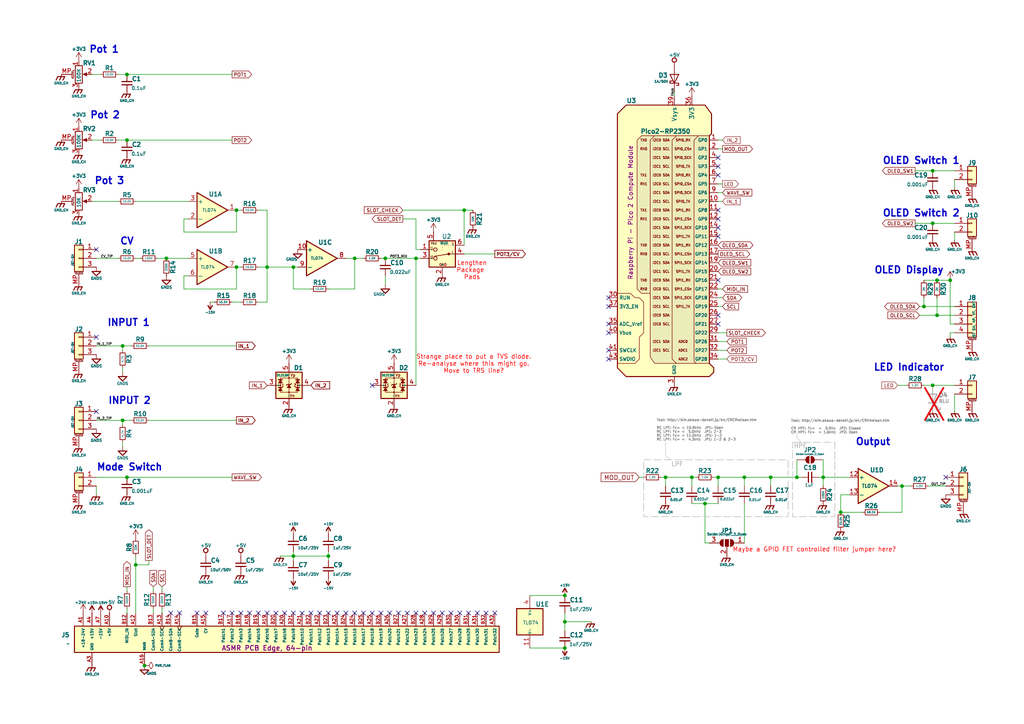
<source format=kicad_sch>
(kicad_sch (version 20250114) (generator "eeschema") (generator_version "9.0")
  (paper "A4")
  (title_block (title "Hagiwo Mod2 Module") (date "2025-09-30") (rev "B") (company "by Circuit Monkey") (comment 1 "for ASMR - Advanced Synth Module Rack") (comment 2 "https://note.com/solder_state") (comment 3 "based on a Hagiwo design:"))
  (rectangle (start 186.69 133.35) (end 228.6 149.86) (stroke (width 0.2) (type dash) (color 194 194 194 1)))
  (rectangle (start 229.8699 128.27) (end 242.1348 149.86) (stroke (width 0.2) (type dash) (color 194 194 194 1)))
  (text "Tool: http://sim.okawa-denshi.jp/en/CRhikeisan.htm\n\nCR HPF: Fc=  >  0.0Hz  JP2: Closed\nCR HPF: Fc=  > 1.6kHz  JP2: Open\n" (at 229.362 125.984 0) (effects (font (size 0.7 0.7)) (justify left bottom)))
  (text "Pot 1" (at 30.226 14.478 0) (effects (font (size 2 2) (thickness 0.4) (bold yes))))
  (text "OLED Switch 2" (at 267.208 61.976 0) (effects (font (size 2 2) (thickness 0.4) (bold yes))))
  (text "Tool: http://sim.okawa-denshi.jp/en/CRCRkeisan.htm\n\nRC LPF: Fc= < 15.9kHz  JP1: Open\nRC LPF: Fc= <  5.0kHz  JP1: 2-3\nRC LPF: Fc= < 11.0kHz  JP1: 1-2\nRC LPF: Fc= <  4.3kHz  JP1: 1-2 & 2-3" (at 190.3727 128.0655 0) (effects (font (size 0.7 0.7)) (justify left bottom)))
  (text "HPF" (at 230.124 128.778 0) (effects (font (size 1.27 1.27) (thickness 0.254) (bold yes)) (justify left top)))
  (text "LED Indicator" (at 263.652 106.68 0) (effects (font (size 2 2) (thickness 0.4) (bold yes))))
  (text "INPUT 2" (at 37.592 116.332 0) (effects (font (size 2 2) (thickness 0.4) (bold yes))))
  (text "OLED Switch 1" (at 267.208 46.736 0) (effects (font (size 2 2) (thickness 0.4) (bold yes))))
  (text "Lengthen\nPackage \nPads" (at 136.906 78.486 0) (effects (font (size 1.27 1.27))))
  (text "Pot 3" (at 31.75 52.578 0) (effects (font (size 2 2) (thickness 0.4) (bold yes))))
  (text "Mode Switch" (at 37.592 135.636 0) (effects (font (size 2 2) (thickness 0.4) (bold yes))))
  (text "Strange place to put a TVS diode.\nRe-analyse where this might go.\nMove to TRS line?" (at 137.414 105.664 0) (effects (font (size 1.27 1.27))))
  (text "Maybe a GPIO FET controlled filter jumper here?" (at 236.22 159.512 0) (effects (font (size 1.27 1.27))))
  (text "INPUT 1" (at 37.338 93.726 0) (effects (font (size 2 2) (thickness 0.4) (bold yes))))
  (text "CV" (at 36.83 70.104 0) (effects (font (size 2 2) (thickness 0.4) (bold yes))))
  (text "Pot 2" (at 30.48 33.528 0) (effects (font (size 2 2) (thickness 0.4) (bold yes))))
  (text "Output" (at 253.238 128.27 0) (effects (font (size 2 2) (thickness 0.4) (bold yes))))
  (text "LPF" (at 194.564 134.112 0) (effects (font (size 1.27 1.27) (thickness 0.254) (bold yes)) (justify left top)))
  (text "OLED Display" (at 263.652 78.486 0) (effects (font (size 2 2) (thickness 0.4) (bold yes))))
  (junction (at 35.56 100.33))
  (junction (at 223.52 138.43))
  (junction (at 270.51 64.77))
  (junction (at 163.83 180.34))
  (junction (at 134.62 60.96))
  (junction (at 215.9 138.43))
  (junction (at 231.14 138.43))
  (junction (at 200.66 138.43))
  (junction (at 208.28 138.43))
  (junction (at 261.62 140.97))
  (junction (at 275.59 81.28))
  (junction (at 270.51 111.76))
  (junction (at 68.58 77.47))
  (junction (at 85.09 161.29))
  (junction (at 111.76 74.93))
  (junction (at 48.26 74.93))
  (junction (at 238.76 138.43))
  (junction (at 243.84 148.59))
  (junction (at 120.65 74.93))
  (junction (at 85.09 77.47))
  (junction (at 270.51 49.53))
  (junction (at 271.78 91.44))
  (junction (at 36.83 40.64))
  (junction (at 68.58 60.96))
  (junction (at 193.04 138.43))
  (junction (at 204.47 146.05))
  (junction (at 267.97 88.9))
  (junction (at 95.25 161.29))
  (junction (at 271.78 81.28))
  (junction (at 102.87 74.93))
  (junction (at 36.83 21.59))
  (junction (at 77.47 77.47))
  (junction (at 41.91 193.04))
  (junction (at 163.83 172.72))
  (junction (at 35.56 121.92))
  (junction (at 36.83 138.43))
  (junction (at 163.83 187.96))
  (junction (at 39.37 163.83))
  (no_connect (at 85.09 177.8))
  (no_connect (at 69.85 177.8))
  (no_connect (at 208.28 68.58))
  (no_connect (at 120.65 177.8))
  (no_connect (at 176.53 88.9))
  (no_connect (at 27.94 119.38))
  (no_connect (at 87.63 177.8))
  (no_connect (at 59.69 177.8))
  (no_connect (at 140.97 177.8))
  (no_connect (at 27.94 97.79))
  (no_connect (at 125.73 177.8))
  (no_connect (at 138.43 177.8))
  (no_connect (at 97.79 177.8))
  (no_connect (at 74.93 177.8))
  (no_connect (at 208.28 63.5))
  (no_connect (at 176.53 86.36))
  (no_connect (at 130.81 177.8))
  (no_connect (at 208.28 91.44))
  (no_connect (at 133.35 177.8))
  (no_connect (at 208.28 60.96))
  (no_connect (at 113.03 177.8))
  (no_connect (at 208.28 81.28))
  (no_connect (at 274.32 138.43))
  (no_connect (at 208.28 50.8))
  (no_connect (at 135.89 177.8))
  (no_connect (at 176.53 101.6))
  (no_connect (at 110.49 177.8))
  (no_connect (at 27.94 72.39))
  (no_connect (at 90.17 177.8))
  (no_connect (at 115.57 177.8))
  (no_connect (at 176.53 104.14))
  (no_connect (at 80.01 177.8))
  (no_connect (at 67.31 177.8))
  (no_connect (at 64.77 177.8))
  (no_connect (at 208.28 45.72))
  (no_connect (at 100.33 177.8))
  (no_connect (at 208.28 66.04))
  (no_connect (at 52.07 177.8))
  (no_connect (at 208.28 93.98))
  (no_connect (at 92.71 177.8))
  (no_connect (at 49.53 177.8))
  (no_connect (at 77.47 177.8))
  (no_connect (at 118.11 177.8))
  (no_connect (at 128.27 177.8))
  (no_connect (at 143.51 177.8))
  (no_connect (at 102.87 177.8))
  (no_connect (at 176.53 96.52))
  (no_connect (at 208.28 48.26))
  (no_connect (at 57.15 177.8))
  (no_connect (at 82.55 177.8))
  (no_connect (at 107.95 177.8))
  (no_connect (at 107.95 111.76))
  (no_connect (at 123.19 177.8))
  (no_connect (at 95.25 177.8))
  (no_connect (at 105.41 177.8))
  (no_connect (at 72.39 177.8))
  (no_connect (at 176.53 93.98))
  (wire (pts (xy 36.83 40.64) (xy 67.31 40.64)))
  (wire (pts (xy 191.77 138.43) (xy 193.04 138.43)))
  (wire (pts (xy 267.97 111.76) (xy 270.51 111.76)))
  (wire (pts (xy 134.62 60.96) (xy 137.16 60.96)))
  (wire (pts (xy 36.83 176.53) (xy 36.83 177.8)))
  (wire (pts (xy 27.94 138.43) (xy 36.83 138.43)))
  (wire (pts (xy 209.55 88.9) (xy 208.28 88.9)))
  (wire (pts (xy 44.45 176.53) (xy 44.45 177.8)))
  (wire (pts (xy 209.55 43.18) (xy 208.28 43.18)))
  (wire (pts (xy 193.04 138.43) (xy 193.04 140.97)))
  (wire (pts (xy 200.66 138.43) (xy 201.93 138.43)))
  (wire (pts (xy 153.67 172.72) (xy 163.83 172.72)))
  (wire (pts (xy 223.52 138.43) (xy 231.14 138.43)))
  (wire (pts (xy 111.76 80.01) (xy 111.76 82.55)))
  (wire (pts (xy 39.37 58.42) (xy 54.61 58.42)))
  (wire (pts (xy 85.09 160.02) (xy 85.09 161.29)))
  (wire (pts (xy 85.09 77.47) (xy 85.09 83.82)))
  (wire (pts (xy 275.59 97.79) (xy 275.59 96.52)))
  (wire (pts (xy 238.76 138.43) (xy 246.38 138.43)))
  (wire (pts (xy 27.94 140.97) (xy 27.94 143.51)))
  (wire (pts (xy 110.49 74.93) (xy 111.76 74.93)))
  (wire (pts (xy 231.14 133.35) (xy 231.14 138.43)))
  (wire (pts (xy 163.83 177.8) (xy 163.83 180.34)))
  (wire (pts (xy 120.65 74.93) (xy 120.65 111.76)))
  (wire (pts (xy 36.83 138.43) (xy 67.31 138.43)))
  (wire (pts (xy 266.7 88.9) (xy 267.97 88.9)))
  (wire (pts (xy 74.93 60.96) (xy 77.47 60.96)))
  (wire (pts (xy 266.7 91.44) (xy 271.78 91.44)))
  (wire (pts (xy 276.86 49.53) (xy 270.51 49.53)))
  (wire (pts (xy 267.97 86.36) (xy 267.97 88.9)))
  (wire (pts (xy 207.01 138.43) (xy 208.28 138.43)))
  (wire (pts (xy 39.37 161.29) (xy 39.37 163.83)))
  (wire (pts (xy 53.34 67.31) (xy 53.34 63.5)))
  (wire (pts (xy 209.55 83.82) (xy 208.28 83.82)))
  (wire (pts (xy 26.67 40.64) (xy 29.21 40.64)))
  (polyline (pts (xy 231.14 127) (xy 232.41 128.27)) (stroke (width 0) (color 194 194 194 1)))
  (wire (pts (xy 39.37 74.93) (xy 40.64 74.93)))
  (wire (pts (xy 46.99 170.18) (xy 46.99 171.45)))
  (polyline (pts (xy 193.04 132.08) (xy 194.31 133.35)) (stroke (width 0) (color 194 194 194 1)))
  (wire (pts (xy 237.49 138.43) (xy 238.76 138.43)))
  (wire (pts (xy 74.93 77.47) (xy 77.47 77.47)))
  (wire (pts (xy 46.99 176.53) (xy 46.99 177.8)))
  (wire (pts (xy 85.09 83.82) (xy 90.17 83.82)))
  (wire (pts (xy 27.94 74.93) (xy 34.29 74.93)))
  (wire (pts (xy 116.84 60.96) (xy 134.62 60.96)))
  (wire (pts (xy 200.66 140.97) (xy 200.66 138.43)))
  (wire (pts (xy 45.72 74.93) (xy 48.26 74.93)))
  (wire (pts (xy 260.35 111.76) (xy 262.89 111.76)))
  (wire (pts (xy 77.47 77.47) (xy 77.47 87.63)))
  (wire (pts (xy 134.62 73.66) (xy 143.51 73.66)))
  (wire (pts (xy 102.87 83.82) (xy 102.87 74.93)))
  (wire (pts (xy 265.43 49.53) (xy 270.51 49.53)))
  (wire (pts (xy 208.28 138.43) (xy 215.9 138.43)))
  (wire (pts (xy 35.56 121.92) (xy 38.1 121.92)))
  (wire (pts (xy 36.83 21.59) (xy 67.31 21.59)))
  (wire (pts (xy 271.78 86.36) (xy 271.78 91.44)))
  (wire (pts (xy 120.65 72.39) (xy 121.92 72.39)))
  (wire (pts (xy 276.86 114.3) (xy 276.86 119.38)))
  (wire (pts (xy 261.62 140.97) (xy 264.16 140.97)))
  (wire (pts (xy 274.32 140.97) (xy 269.24 140.97)))
  (wire (pts (xy 215.9 138.43) (xy 223.52 138.43)))
  (wire (pts (xy 44.45 170.18) (xy 44.45 171.45)))
  (wire (pts (xy 53.34 63.5) (xy 54.61 63.5)))
  (wire (pts (xy 68.58 67.31) (xy 53.34 67.31)))
  (polyline (pts (xy 231.14 125.73) (xy 231.14 127)) (stroke (width 0) (type solid) (color 194 194 194 1)))
  (wire (pts (xy 270.51 111.76) (xy 276.86 111.76)))
  (wire (pts (xy 209.55 53.34) (xy 208.28 53.34)))
  (wire (pts (xy 120.65 74.93) (xy 121.92 74.93)))
  (wire (pts (xy 204.47 146.05) (xy 208.28 146.05)))
  (wire (pts (xy 95.25 83.82) (xy 102.87 83.82)))
  (polyline (pts (xy 193.04 128.27) (xy 193.04 132.08)) (stroke (width 0) (type solid) (color 194 194 194 1)))
  (wire (pts (xy 67.31 87.63) (xy 69.85 87.63)))
  (wire (pts (xy 171.45 180.34) (xy 163.83 180.34)))
  (wire (pts (xy 271.78 91.44) (xy 276.86 91.44)))
  (wire (pts (xy 95.25 160.02) (xy 95.25 161.29)))
  (wire (pts (xy 43.18 100.33) (xy 68.58 100.33)))
  (wire (pts (xy 200.66 146.05) (xy 204.47 146.05)))
  (wire (pts (xy 35.56 107.95) (xy 35.56 106.68)))
  (wire (pts (xy 116.84 63.5) (xy 120.65 63.5)))
  (wire (pts (xy 209.55 55.88) (xy 208.28 55.88)))
  (wire (pts (xy 271.78 81.28) (xy 275.59 81.28)))
  (wire (pts (xy 276.86 64.77) (xy 270.51 64.77)))
  (wire (pts (xy 208.28 138.43) (xy 208.28 140.97)))
  (wire (pts (xy 238.76 133.35) (xy 238.76 138.43)))
  (wire (pts (xy 74.93 87.63) (xy 77.47 87.63)))
  (wire (pts (xy 215.9 138.43) (xy 215.9 140.97)))
  (wire (pts (xy 48.26 74.93) (xy 54.61 74.93)))
  (wire (pts (xy 204.47 146.05) (xy 204.47 157.48)))
  (wire (pts (xy 246.38 143.51) (xy 243.84 143.51)))
  (wire (pts (xy 36.83 171.45) (xy 36.83 170.18)))
  (wire (pts (xy 215.9 146.05) (xy 215.9 157.48)))
  (wire (pts (xy 68.58 60.96) (xy 68.58 67.31)))
  (wire (pts (xy 204.47 157.48) (xy 205.74 157.48)))
  (wire (pts (xy 193.04 138.43) (xy 200.66 138.43)))
  (wire (pts (xy 267.97 81.28) (xy 271.78 81.28)))
  (wire (pts (xy 39.37 163.83) (xy 39.37 177.8)))
  (wire (pts (xy 85.09 77.47) (xy 86.36 77.47)))
  (wire (pts (xy 26.67 58.42) (xy 34.29 58.42)))
  (wire (pts (xy 35.56 100.33) (xy 38.1 100.33)))
  (wire (pts (xy 77.47 77.47) (xy 85.09 77.47)))
  (wire (pts (xy 209.55 58.42) (xy 208.28 58.42)))
  (wire (pts (xy 26.67 21.59) (xy 29.21 21.59)))
  (wire (pts (xy 275.59 81.28) (xy 275.59 93.98)))
  (wire (pts (xy 208.28 101.6) (xy 210.82 101.6)))
  (wire (pts (xy 276.86 52.07) (xy 276.86 54.61)))
  (wire (pts (xy 208.28 99.06) (xy 210.82 99.06)))
  (wire (pts (xy 27.94 100.33) (xy 35.56 100.33)))
  (wire (pts (xy 34.29 21.59) (xy 36.83 21.59)))
  (wire (pts (xy 53.34 80.01) (xy 53.34 83.82)))
  (wire (pts (xy 120.65 63.5) (xy 120.65 72.39)))
  (wire (pts (xy 153.67 187.96) (xy 163.83 187.96)))
  (wire (pts (xy 43.18 163.83) (xy 39.37 163.83)))
  (wire (pts (xy 208.28 96.52) (xy 210.82 96.52)))
  (wire (pts (xy 68.58 83.82) (xy 68.58 77.47)))
  (wire (pts (xy 261.62 140.97) (xy 261.62 148.59)))
  (wire (pts (xy 243.84 148.59) (xy 250.19 148.59)))
  (wire (pts (xy 261.62 148.59) (xy 255.27 148.59)))
  (wire (pts (xy 43.18 121.92) (xy 68.58 121.92)))
  (wire (pts (xy 232.41 138.43) (xy 231.14 138.43)))
  (wire (pts (xy 102.87 74.93) (xy 105.41 74.93)))
  (wire (pts (xy 195.58 26.67) (xy 195.58 27.94)))
  (wire (pts (xy 275.59 96.52) (xy 276.86 96.52)))
  (wire (pts (xy 95.25 161.29) (xy 95.25 162.56)))
  (wire (pts (xy 34.29 40.64) (xy 36.83 40.64)))
  (wire (pts (xy 35.56 129.54) (xy 35.56 128.27)))
  (wire (pts (xy 238.76 138.43) (xy 238.76 140.97)))
  (wire (pts (xy 60.96 87.63) (xy 62.23 87.63)))
  (wire (pts (xy 68.58 60.96) (xy 69.85 60.96)))
  (wire (pts (xy 265.43 64.77) (xy 270.51 64.77)))
  (wire (pts (xy 208.28 104.14) (xy 210.82 104.14)))
  (wire (pts (xy 77.47 60.96) (xy 77.47 77.47)))
  (wire (pts (xy 163.83 180.34) (xy 163.83 182.88)))
  (wire (pts (xy 209.55 40.64) (xy 208.28 40.64)))
  (wire (pts (xy 68.58 77.47) (xy 69.85 77.47)))
  (wire (pts (xy 223.52 138.43) (xy 223.52 140.97)))
  (wire (pts (xy 53.34 83.82) (xy 68.58 83.82)))
  (wire (pts (xy 43.18 162.56) (xy 43.18 163.83)))
  (wire (pts (xy 276.86 67.31) (xy 276.86 69.85)))
  (wire (pts (xy 134.62 71.12) (xy 134.62 60.96)))
  (wire (pts (xy 85.09 161.29) (xy 95.25 161.29)))
  (wire (pts (xy 275.59 93.98) (xy 276.86 93.98)))
  (wire (pts (xy 111.76 74.93) (xy 120.65 74.93)))
  (wire (pts (xy 243.84 143.51) (xy 243.84 148.59)))
  (wire (pts (xy 81.28 161.29) (xy 85.09 161.29)))
  (wire (pts (xy 35.56 121.92) (xy 35.56 123.19)))
  (wire (pts (xy 53.34 80.01) (xy 54.61 80.01)))
  (wire (pts (xy 27.94 121.92) (xy 35.56 121.92)))
  (wire (pts (xy 209.55 86.36) (xy 208.28 86.36)))
  (wire (pts (xy 267.97 88.9) (xy 276.86 88.9)))
  (wire (pts (xy 185.42 138.43) (xy 186.69 138.43)))
  (wire (pts (xy 35.56 100.33) (xy 35.56 101.6)))
  (wire (pts (xy 260.35 140.97) (xy 261.62 140.97)))
  (wire (pts (xy 100.33 74.93) (xy 102.87 74.93)))
  (wire (pts (xy 85.09 161.29) (xy 85.09 162.56)))
  (label "Vsys" (at 195.58 27.94 90) (effects (font (size 0.7 0.7))))
  (label "OUT_TIP" (at 274.32 140.97 180) (effects (font (size 0.7 0.7))))
  (label "IN_1_TIP" (at 27.94 100.33 0) (effects (font (size 0.7 0.7))))
  (label "POT3_MIX" (at 113.03 74.93 0) (effects (font (size 0.7 0.7))))
  (label "IN_2_TIP" (at 27.94 121.92 0) (effects (font (size 0.7 0.7))))
  (label "CV_TIP" (at 29.21 74.93 0) (effects (font (size 0.7 0.7))))
  (global_label "POT3{slash}CV" (shape input) (at 210.82 104.14 0) (effects (font (size 1 1) (thickness 0.125))) (property "Intersheetrefs" "${INTERSHEET_REFS}" (effects (hide yes))))
  (global_label "OLED_SW1" (shape output) (at 265.43 49.53 180) (effects (font (size 1 1))) (property "Intersheetrefs" "${INTERSHEET_REFS}" (effects (hide yes))))
  (global_label "SLOT_DET" (shape output) (at 116.84 63.5 180) (effects (font (size 1 1))) (property "Intersheetrefs" "${INTERSHEET_REFS}" (effects (hide yes))))
  (global_label "WAVE_SW" (shape output) (at 67.31 138.43 0) (effects (font (size 1 1))) (property "Intersheetrefs" "${INTERSHEET_REFS}" (effects (hide yes))))
  (global_label "OLED_SCL" (shape output) (at 208.28 73.66 0) (effects (font (size 1 1))) (property "Intersheetrefs" "${INTERSHEET_REFS}" (effects (hide yes))))
  (global_label "MIDI_IN" (shape output) (at 36.83 170.18 90) (effects (font (size 1 1))) (property "Intersheetrefs" "${INTERSHEET_REFS}" (effects (hide yes))))
  (global_label "SCL" (shape input) (at 46.99 170.18 90) (effects (font (size 1 1))) (property "Intersheetrefs" "${INTERSHEET_REFS}" (effects (hide yes))))
  (global_label "OLED_SW2" (shape input) (at 208.28 78.74 0) (effects (font (size 1 1))) (property "Intersheetrefs" "${INTERSHEET_REFS}" (effects (hide yes))))
  (global_label "IN_1" (shape input) (at 209.55 58.42 0) (effects (font (size 1 1) (thickness 0.125))) (property "Intersheetrefs" "${INTERSHEET_REFS}" (effects (hide yes))))
  (global_label "POT2" (shape output) (at 67.31 40.64 0) (effects (font (size 1 1))) (property "Intersheetrefs" "${INTERSHEET_REFS}" (effects (hide yes))))
  (global_label "MIDI_IN" (shape input) (at 209.55 83.82 0) (effects (font (size 1 1))) (property "Intersheetrefs" "${INTERSHEET_REFS}" (effects (hide yes))))
  (global_label "IN_2" (shape input) (at 209.55 40.64 0) (effects (font (size 1 1) (thickness 0.125))) (property "Intersheetrefs" "${INTERSHEET_REFS}" (effects (hide yes))))
  (global_label "SLOT_CHECK" (shape output) (at 210.82 96.52 0) (effects (font (size 1 1))) (property "Intersheetrefs" "${INTERSHEET_REFS}" (effects (hide yes))))
  (global_label "LED" (shape input) (at 260.35 111.76 180) (effects (font (size 1 1) (thickness 0.125))) (property "Intersheetrefs" "${INTERSHEET_REFS}" (effects (hide yes))))
  (global_label "SDA" (shape input) (at 44.45 170.18 90) (effects (font (size 1 1))) (property "Intersheetrefs" "${INTERSHEET_REFS}" (effects (hide yes))))
  (global_label "SLOT_DET" (shape output) (at 43.18 162.56 90) (effects (font (size 1 1))) (property "Intersheetrefs" "${INTERSHEET_REFS}" (effects (hide yes))))
  (global_label "IN_2" (shape input) (at 90.17 111.76 0) (effects (font (size 1 1) (thickness 0.2) (bold yes))) (property "Intersheetrefs" "${INTERSHEET_REFS}" (effects (hide yes))))
  (global_label "POT2" (shape input) (at 210.82 101.6 0) (effects (font (size 1 1))) (property "Intersheetrefs" "${INTERSHEET_REFS}" (effects (hide yes))))
  (global_label "WAVE_SW" (shape input) (at 209.55 55.88 0) (effects (font (size 1 1))) (property "Intersheetrefs" "${INTERSHEET_REFS}" (effects (hide yes))))
  (global_label "OLED_SDA" (shape bidirectional) (at 266.7 88.9 180) (effects (font (size 1 1))) (property "Intersheetrefs" "${INTERSHEET_REFS}" (effects (hide yes))))
  (global_label "POT1" (shape input) (at 210.82 99.06 0) (effects (font (size 1 1))) (property "Intersheetrefs" "${INTERSHEET_REFS}" (effects (hide yes))))
  (global_label "SCL" (shape input) (at 209.55 88.9 0) (effects (font (size 1 1))) (property "Intersheetrefs" "${INTERSHEET_REFS}" (effects (hide yes))))
  (global_label "MOD_OUT" (shape output) (at 209.55 43.18 0) (effects (font (size 1 1))) (property "Intersheetrefs" "${INTERSHEET_REFS}" (effects (hide yes))))
  (global_label "MOD_OUT" (shape input) (at 185.42 138.43 180) (property "Intersheetrefs" "${INTERSHEET_REFS}" (effects (hide yes))))
  (global_label "POT3{slash}CV" (shape output) (at 143.51 73.66 0) (effects (font (size 1 1) (thickness 0.2) (bold yes))) (property "Intersheetrefs" "${INTERSHEET_REFS}" (effects (hide yes))))
  (global_label "LED" (shape output) (at 209.55 53.34 0) (effects (font (size 1 1) (thickness 0.125))) (property "Intersheetrefs" "${INTERSHEET_REFS}" (effects (hide yes))))
  (global_label "OLED_SW1" (shape input) (at 208.28 76.2 0) (effects (font (size 1 1))) (property "Intersheetrefs" "${INTERSHEET_REFS}" (effects (hide yes))))
  (global_label "OLED_SW2" (shape output) (at 265.43 64.77 180) (effects (font (size 1 1))) (property "Intersheetrefs" "${INTERSHEET_REFS}" (effects (hide yes))))
  (global_label "OLED_SDA" (shape bidirectional) (at 208.28 71.12 0) (effects (font (size 1 1))) (property "Intersheetrefs" "${INTERSHEET_REFS}" (effects (hide yes))))
  (global_label "POT1" (shape output) (at 67.31 21.59 0) (effects (font (size 1 1))) (property "Intersheetrefs" "${INTERSHEET_REFS}" (effects (hide yes))))
  (global_label "SDA" (shape bidirectional) (at 209.55 86.36 0) (effects (font (size 1 1))) (property "Intersheetrefs" "${INTERSHEET_REFS}" (effects (hide yes))))
  (global_label "IN_1" (shape output) (at 68.58 100.33 0) (effects (font (size 1 1) (thickness 0.2) (bold yes))) (property "Intersheetrefs" "${INTERSHEET_REFS}" (effects (hide yes))))
  (global_label "SLOT_CHECK" (shape input) (at 116.84 60.96 180) (effects (font (size 1 1))) (property "Intersheetrefs" "${INTERSHEET_REFS}" (effects (hide yes))))
  (global_label "OLED_SCL" (shape input) (at 266.7 91.44 180) (effects (font (size 1 1))) (property "Intersheetrefs" "${INTERSHEET_REFS}" (effects (hide yes))))
  (global_label "IN_1" (shape input) (at 77.47 111.76 180) (effects (font (size 1 1))) (property "Intersheetrefs" "${INTERSHEET_REFS}" (effects (hide yes))))
  (global_label "IN_2" (shape output) (at 68.58 121.92 0) (effects (font (size 1 1) (thickness 0.2) (bold yes))) (property "Intersheetrefs" "${INTERSHEET_REFS}" (effects (hide yes))))
  (symbol (lib_id "CM_Device:R") (at 36.83 58.42 90) (unit 1)
    (property "Reference" "R5" (at 36.83 56.545 90) (effects (font (thickness 0.254) (bold yes))))
    (property "Value" "10.0K" (at 36.83 58.42 90) (effects (font (size 0.6 0.6) (thickness 0.0875))))
    (property "Footprint" "CM_Resistor_Capacitor:R_0603_1608Metric" (effects (hide yes)))
    (property "Description" "Resistor, symbol" (effects (hide yes)))
  )
  (symbol (lib_id "CM_Device:R") (at 265.43 111.76 270) (mirror x) (unit 1)
    (property "Reference" "R28" (at 265.43 109.885 90) (effects (font (thickness 0.254) (bold yes))))
    (property "Value" "1.0K" (at 265.43 111.76 90) (effects (font (size 0.6 0.6) (thickness 0.0875))))
    (property "Footprint" "CM_Resistor_Capacitor:R_0603_1608Metric" (effects (hide yes)))
    (property "Description" "Resistor, symbol" (effects (hide yes)))
  )
  (symbol (lib_id "CM_Device:C") (at 85.09 165.1 0) (unit 1)
    (property "Reference" "C7" (at 86.36 163.83 0) (effects (font (thickness 0.254) (bold yes)) (justify left)))
    (property "Value" "10uF/25V" (at 86.3587 166.5475 0) (effects (font (size 0.8 0.8)) (justify left)))
    (property "Footprint" "CM_Resistor_Capacitor:C_0603_1608Metric" (effects (hide yes)))
    (property "Description" "Unpolarized capacitor, small symbol" (effects (hide yes)))
  )
  (symbol (lib_id "CM_power:GND_CH") (at 223.52 146.05 0) (unit 1)
    (property "Reference" "#PWR057" (effects (hide yes)))
    (property "Value" "GND_CH" (at 223.52 148.15 0) (effects (font (size 0.7 0.7)) (justify top)))
    (property "Description" "Power symbol creates a global label with name \"GND\" , ground" (effects (hide yes)))
  )
  (symbol (lib_id "CM_Device:C") (at 69.85 163.83 0) (unit 1)
    (property "Reference" "C5" (at 71.12 162.56 0) (effects (font (thickness 0.254) (bold yes)) (justify left)))
    (property "Value" "1uF/25V" (at 71.1187 165.2775 0) (effects (font (size 0.8 0.8)) (justify left)))
    (property "Footprint" "CM_Resistor_Capacitor:C_0603_1608Metric" (effects (hide yes)))
    (property "Description" "Unpolarized capacitor, small symbol" (effects (hide yes)))
  )
  (symbol (lib_id "CM_power:GND_CH") (at 36.83 26.67 0) (unit 1)
    (property "Reference" "#PWR024" (effects (hide yes)))
    (property "Value" "GND_CH" (at 36.83 28.77 0) (effects (font (size 0.7 0.7)) (justify top)))
    (property "Description" "Power symbol creates a global label with name \"GND\" , ground" (effects (hide yes)))
  )
  (symbol (lib_id "CM_power:GND_CH") (at 17.78 21.59 0) (unit 1)
    (property "Reference" "#PWR01" (effects (hide yes)))
    (property "Value" "GND_CH" (at 17.78 23.69 0) (effects (font (size 0.7 0.7)) (justify top)))
    (property "Description" "Power symbol creates a global label with name \"GND\" , ground" (effects (hide yes)))
  )
  (symbol (lib_id "CM_power:GND_CH") (at 27.94 143.51 0) (unit 1)
    (property "Reference" "#PWR019" (effects (hide yes)))
    (property "Value" "GND_CH" (at 27.94 145.61 0) (effects (font (size 0.7 0.7)) (justify top)))
    (property "Description" "Power symbol creates a global label with name \"GND\" , ground" (effects (hide yes)))
  )
  (symbol (lib_id "Jumper:SolderJumper_2_Open") (at 234.95 133.35 0) (unit 1) (in_bom no)
    (property "Reference" "JP2" (at 234.9165 130.4813 0) (effects (font (thickness 0.254) (bold yes))))
    (property "Value" "SolderJumper_2_Open" (at 234.963 131.7067 0) (effects (font (size 0.5 0.5))))
    (property "Footprint" "Jumper:SolderJumper-2_P1.3mm_Open_RoundedPad1.0x1.5mm" (effects (hide yes)))
    (property "Description" "Solder Jumper, 2-pole, open" (effects (hide yes)))
  )
  (symbol (lib_id "CM_power:GNDS") (at 27.94 124.46 0) (unit 1)
    (property "Reference" "#PWR018" (effects (hide yes)))
    (property "Value" "GNDS" (at 27.94 127.762 0) (effects (font (size 0.8 0.8) (thickness 0.16) (bold yes))))
    (property "Description" "Power symbol creates a global label with name \"GNDS\" , signal ground" (effects (hide yes)))
  )
  (symbol (lib_id "CM_Device:DiodeArray_2ch") (at 83.82 111.76 0) (unit 1)
    (property "Reference" "D1" (at 85.09 106.68 0) (effects (font (thickness 0.254) (bold yes)) (justify left)))
    (property "Value" "D1213A" (at 80.2017 108.8386 0) (effects (font (size 0.6 0.6)) (justify left)))
    (property "Footprint" "CM_Chip_Packages:SOT-25" (effects (hide yes)))
    (property "Datasheet" "https://www.mouser.com/datasheet/3/175/1/D1213A-02SM.pdf" (effects (hide yes)))
    (property "Description" "TVD Diode array in a SOT25 package." (effects (hide yes)))
    (property "MFR" "Diodes, Inc." (effects (hide yes)))
    (property "MPN" "D1213A-02SM" (effects (hide yes)))
  )
  (symbol (lib_id "power:+3V3") (at 114.3 105.41 0) (unit 1)
    (property "Reference" "#PWR044" (effects (hide yes)))
    (property "Value" "+3V3" (at 114.3 101.854 0) (effects (font (size 1 1) (thickness 0.2) (bold yes))))
    (property "Description" "Power symbol creates a global label with name \"+3V3\"" (effects (hide yes)))
  )
  (symbol (lib_id "CM_Device:R") (at 31.75 21.59 90) (unit 1)
    (property "Reference" "R1" (at 31.75 19.715 90) (effects (font (thickness 0.254) (bold yes))))
    (property "Value" "10.0K" (at 31.75 21.59 90) (effects (font (size 0.6 0.6) (thickness 0.0875))))
    (property "Footprint" "CM_Resistor_Capacitor:R_0603_1608Metric" (effects (hide yes)))
    (property "Description" "Resistor, symbol" (effects (hide yes)))
  )
  (symbol (lib_id "CM_Device:R") (at 72.39 60.96 90) (unit 1)
    (property "Reference" "R16" (at 72.39 59.085 90) (effects (font (thickness 0.254) (bold yes))))
    (property "Value" "10.0K" (at 72.39 60.96 90) (effects (font (size 0.6 0.6) (thickness 0.0875))))
    (property "Footprint" "CM_Resistor_Capacitor:R_0603_1608Metric" (effects (hide yes)))
    (property "Description" "Resistor, symbol" (effects (hide yes)))
  )
  (symbol (lib_id "CM_power:+15V") (at 85.09 154.94 0) (unit 1)
    (property "Reference" "#PWR038" (effects (hide yes)))
    (property "Value" "+15V" (at 85.09 152.44 0) (effects (font (size 0.7 0.7) (thickness 0.14) (bold yes)) (justify bottom)))
    (property "Description" "Power symbol creates a global label with name \"+15V\"" (effects (hide yes)))
  )
  (symbol (lib_id "power:+3V3") (at 125.73 67.31 0) (unit 1)
    (property "Reference" "#PWR046" (effects (hide yes)))
    (property "Value" "+3V3" (at 125.73 63.754 0) (effects (font (size 1 1) (thickness 0.2) (bold yes))))
    (property "Description" "Power symbol creates a global label with name \"+3V3\"" (effects (hide yes)))
  )
  (symbol (lib_id "CM_Device:C") (at 234.95 138.43 90) (unit 1)
    (property "Reference" "C18" (at 234.95 135.636 90) (effects (font (thickness 0.254) (bold yes))))
    (property "Value" "1uF" (at 233.426 140.208 90) (effects (font (size 0.9 0.9)) (justify right bottom)))
    (property "Footprint" "CM_Resistor_Capacitor:C_0603_1608Metric" (effects (hide yes)))
    (property "Description" "Unpolarized capacitor, small symbol" (effects (hide yes)))
  )
  (symbol (lib_id "CM_Device:C") (at 85.09 157.48 0) (unit 1)
    (property "Reference" "C6" (at 86.36 156.21 0) (effects (font (thickness 0.254) (bold yes)) (justify left)))
    (property "Value" "10uF/25V" (at 86.3587 158.9275 0) (effects (font (size 0.8 0.8)) (justify left)))
    (property "Footprint" "CM_Resistor_Capacitor:C_0603_1608Metric" (effects (hide yes)))
    (property "Description" "Unpolarized capacitor, small symbol" (effects (hide yes)))
  )
  (symbol (lib_id "CM_Device:C") (at 270.51 52.07 0) (mirror y) (unit 1)
    (property "Reference" "C19" (at 269.24 50.8 0) (effects (font (thickness 0.254) (bold yes)) (justify left)))
    (property "Value" "0.001uF" (at 269.2413 53.5175 0) (effects (font (size 1 1)) (justify left)))
    (property "Footprint" "CM_Resistor_Capacitor:C_0603_1608Metric" (effects (hide yes)))
    (property "Description" "Unpolarized capacitor, small symbol" (effects (hide yes)))
  )
  (symbol (lib_id "CM_Device:C") (at 36.83 43.18 0) (unit 1)
    (property "Reference" "C2" (at 38.1 41.91 0) (effects (font (thickness 0.254) (bold yes)) (justify left)))
    (property "Value" "0.1uF" (at 38.0987 44.6275 0) (effects (font (size 1 1)) (justify left)))
    (property "Footprint" "CM_Resistor_Capacitor:C_0603_1608Metric" (effects (hide yes)))
    (property "Description" "Unpolarized capacitor, small symbol" (effects (hide yes)))
  )
  (symbol (lib_id "CM_Device:R") (at 243.84 151.13 0) (mirror x) (unit 1)
    (property "Reference" "R25" (at 245.715 151.13 90) (effects (font (thickness 0.254) (bold yes))))
    (property "Value" "33.0K" (at 243.84 151.13 90) (effects (font (size 0.6 0.6) (thickness 0.0875))))
    (property "Footprint" "CM_Resistor_Capacitor:R_0603_1608Metric" (effects (hide yes)))
    (property "Description" "Resistor, symbol" (effects (hide yes)))
  )
  (symbol (lib_id "CM_MicroController:RaspberryPi-Pi_Pico2-RP2350") (at 195.58 53.34 0) (unit 1)
    (property "Reference" "U3" (at 181.61 29.21 0) (effects (font (thickness 0.254) (bold yes)) (justify left)))
    (property "Value" "Pico2-RP2350" (at 193.04 38.1 0) (effects (font (thickness 0.254) (bold yes))))
    (property "Footprint" "CM_Chip_Packages:RaspberryPi-Pico2" (effects (hide yes)))
    (property "Datasheet" "https://www.raspberrypi.com/products/raspberry-pi-pico-2/" (effects (hide yes)))
    (property "Description" "Raspberry Pi - Pico 2 Compute Module" (at 182.88 61.595 90))
  )
  (symbol (lib_id "CM_Device:R") (at 48.26 77.47 0) (mirror x) (unit 1)
    (property "Reference" "R14" (at 50.135 77.47 90) (effects (font (thickness 0.254) (bold yes))))
    (property "Value" "220K" (at 48.26 77.47 90) (effects (font (size 0.6 0.6) (thickness 0.0875))))
    (property "Footprint" "CM_Resistor_Capacitor:R_0603_1608Metric" (effects (hide yes)))
    (property "Description" "Resistor, symbol" (effects (hide yes)))
  )
  (symbol (lib_id "CM_Device:R") (at 271.78 83.82 0) (mirror x) (unit 1)
    (property "Reference" "R30" (at 273.655 83.82 90) (effects (font (thickness 0.254) (bold yes))))
    (property "Value" "2K" (at 271.78 83.82 90) (effects (font (size 0.6 0.6) (thickness 0.0875))))
    (property "Footprint" "CM_Resistor_Capacitor:R_0603_1608Metric" (effects (hide yes)))
    (property "Description" "Resistor, symbol" (effects (hide yes)))
  )
  (symbol (lib_id "CM_power:+15V") (at 163.83 172.72 0) (unit 1)
    (property "Reference" "#PWR049" (effects (hide yes)))
    (property "Value" "+15V" (at 163.83 170.22 0) (effects (font (size 0.7 0.7) (thickness 0.14) (bold yes)) (justify bottom)))
    (property "Description" "Power symbol creates a global label with name \"+15V\"" (effects (hide yes)))
  )
  (symbol (lib_id "CM_Device:C") (at 215.9 143.51 0) (unit 1)
    (property "Reference" "C16" (at 217.17 142.24 0) (effects (font (thickness 0.254) (bold yes)) (justify left)))
    (property "Value" "0.01uF" (at 217.1687 144.9575 0) (effects (font (size 0.7 0.7)) (justify left)))
    (property "Footprint" "CM_Resistor_Capacitor:C_0603_1608Metric" (effects (hide yes)))
    (property "Description" "Unpolarized capacitor, small symbol" (effects (hide yes)))
  )
  (symbol (lib_id "CM_power:GND_CH") (at 22.86 82.55 0) (unit 1)
    (property "Reference" "#PWR010" (effects (hide yes)))
    (property "Value" "GND_CH" (at 22.86 84.65 0) (effects (font (size 0.7 0.7)) (justify top)))
    (property "Description" "Power symbol creates a global label with name \"GND\" , ground" (effects (hide yes)))
  )
  (symbol (lib_id "CM_power:GND_CH") (at 69.85 166.37 0) (unit 1)
    (property "Reference" "#PWR034" (effects (hide yes)))
    (property "Value" "GND_CH" (at 69.85 168.47 0) (effects (font (size 0.7 0.7)) (justify top)))
    (property "Description" "Power symbol creates a global label with name \"GND\" , ground" (effects (hide yes)))
  )
  (symbol (lib_id "power:PWR_FLAG") (at 41.91 193.04 270) (unit 1)
    (property "Reference" "#FLG01" (effects (hide yes)))
    (property "Value" "PWR_FLAG" (at 44.958 193.04 90) (effects (font (size 0.6 0.6)) (justify left)))
    (property "Description" "Special symbol for telling ERC where power comes from" (effects (hide yes)))
  )
  (symbol (lib_id "CM_Device:C") (at 59.69 163.83 0) (unit 1)
    (property "Reference" "C4" (at 60.96 162.56 0) (effects (font (thickness 0.254) (bold yes)) (justify left)))
    (property "Value" "10uF/50V" (at 60.9587 165.2775 0) (effects (font (size 0.8 0.8)) (justify left)))
    (property "Footprint" "CM_Resistor_Capacitor:C_0603_1608Metric" (effects (hide yes)))
    (property "Description" "Unpolarized capacitor, small symbol" (effects (hide yes)))
  )
  (symbol (lib_id "CM_Device:R") (at 189.23 138.43 90) (unit 1)
    (property "Reference" "R22" (at 189.23 136.555 90) (effects (font (thickness 0.254) (bold yes))))
    (property "Value" "1.0K" (at 189.23 138.43 90) (effects (font (size 0.6 0.6) (thickness 0.0875))))
    (property "Footprint" "CM_Resistor_Capacitor:R_0603_1608Metric" (effects (hide yes)))
    (property "Description" "Resistor, symbol" (effects (hide yes)))
  )
  (symbol (lib_id "power:+3V3") (at 200.66 27.94 0) (unit 1)
    (property "Reference" "#PWR055" (effects (hide yes)))
    (property "Value" "+3V3" (at 200.66 24.384 0) (effects (font (size 1 1) (thickness 0.2) (bold yes))))
    (property "Description" "Power symbol creates a global label with name \"+3V3\"" (effects (hide yes)))
  )
  (symbol (lib_id "CM_power:+5V") (at 69.85 161.29 0) (unit 1)
    (property "Reference" "#PWR033" (effects (hide yes)))
    (property "Value" "+5V" (at 69.85 158.79 0) (effects (font (size 1 1) (thickness 0.14) (bold yes)) (justify bottom)))
    (property "Description" "Power symbol creates a global label with name \"5V\"" (effects (hide yes)))
  )
  (symbol (lib_id "CM_power:GND_CH") (at 81.28 161.29 0) (unit 1)
    (property "Reference" "#PWR035" (effects (hide yes)))
    (property "Value" "GND_CH" (at 81.28 163.39 0) (effects (font (size 0.7 0.7)) (justify top)))
    (property "Description" "Power symbol creates a global label with name \"GND\" , ground" (effects (hide yes)))
  )
  (symbol (lib_id "CM_power:GND_CH") (at 17.78 40.64 0) (unit 1)
    (property "Reference" "#PWR02" (effects (hide yes)))
    (property "Value" "GND_CH" (at 17.78 42.74 0) (effects (font (size 0.7 0.7)) (justify top)))
    (property "Description" "Power symbol creates a global label with name \"GND\" , ground" (effects (hide yes)))
  )
  (symbol (lib_id "CM_Device:R") (at 36.83 173.99 180) (unit 1)
    (property "Reference" "R7" (at 34.955 173.99 90) (effects (font (thickness 0.254) (bold yes))))
    (property "Value" "300R" (at 36.83 173.99 90) (effects (font (size 0.6 0.6) (thickness 0.0875))))
    (property "Footprint" "CM_Resistor_Capacitor:R_0603_1608Metric" (effects (hide yes)))
    (property "Description" "Resistor, symbol" (effects (hide yes)))
  )
  (symbol (lib_id "CM_Op-Amp:TL074") (at 252.73 140.97 0) (unit 4)
    (property "Reference" "U1" (at 252.169 136.3294 0) (effects (font (thickness 0.254) (bold yes)) (justify left)))
    (property "Value" "TL074" (at 252.222 140.97 0) (effects (font (size 1 1) (thickness 0.2) (bold yes))))
    (property "Footprint" "Package_SO:SO-14_3.9x8.65mm_P1.27mm" (effects (hide yes)))
    (property "Datasheet" "http://www.ti.com/lit/ds/symlink/tl071.pdf" (effects (hide yes)))
    (property "Description" "Quad Low-Noise JFET-Input Operational Amplifiers, DIP-14/SOIC-14" (effects (hide yes)))
    (property "MPN" "TL074HIDR" (effects (hide yes)))
    (property "MFR" "Texas Instruments" (effects (hide yes)))
  )
  (symbol (lib_id "CM_power:GND_CH") (at 275.59 97.79 0) (mirror y) (unit 1)
    (property "Reference" "#PWR065" (effects (hide yes)))
    (property "Value" "GND_CH" (at 275.59 99.89 0) (effects (font (size 0.7 0.7)) (justify top)))
    (property "Description" "Power symbol creates a global label with name \"GND\" , ground" (effects (hide yes)))
  )
  (symbol (lib_id "Connector_Generic_MountingPin:Conn_01x02_MountingPin") (at 281.94 111.76 0) (unit 1)
    (property "Reference" "J7" (at 281.94 109.474 0) (effects (font (thickness 0.254) (bold yes))))
    (property "Value" "Conn_01x02_MountingPin" (effects (hide yes)))
    (property "Footprint" "CM_Connector_JST:JST_SH_BM02B-SRSS-TB_1x02-1MP_P1.00mm_Vertical" (effects (hide yes)))
    (property "Description" "Generic connectable mounting pin connector, single row, 01x02, script generated (kicad-library-utils/schlib/autogen/connector/)" (effects (hide yes)))
  )
  (symbol (lib_id "Connector_Generic_MountingPin:Conn_01x02_MountingPin") (at 281.94 64.77 0) (unit 1)
    (property "Reference" "J10" (at 281.94 62.484 0) (effects (font (thickness 0.254) (bold yes))))
    (property "Value" "Conn_01x02_MountingPin" (effects (hide yes)))
    (property "Footprint" "CM_Connector_JST:JST_SH_BM02B-SRSS-TB_1x02-1MP_P1.00mm_Vertical" (effects (hide yes)))
    (property "Description" "Generic connectable mounting pin connector, single row, 01x02, script generated (kicad-library-utils/schlib/autogen/connector/)" (effects (hide yes)))
  )
  (symbol (lib_id "Connector_Generic_MountingPin:Conn_01x03_MountingPin") (at 22.86 74.93 0) (mirror y) (unit 1)
    (property "Reference" "J1" (at 22.86 70.104 0) (effects (font (thickness 0.254) (bold yes))))
    (property "Value" "JST-SH" (at 21.082 75.438 90) (effects (font (size 0.6 0.6))))
    (property "Footprint" "CM_Connector_JST:JST_SH_BM03B-SRSS-TB_1x03-1MP_P1.00mm_Vertical" (effects (hide yes)))
    (property "Description" "Generic connectable mounting pin connector, single row, 01x03, script generated (kicad-library-utils/schlib/autogen/connector/)" (effects (hide yes)))
  )
  (symbol (lib_id "CM_Device:R") (at 204.47 138.43 90) (unit 1)
    (property "Reference" "R23" (at 204.47 136.555 90) (effects (font (thickness 0.254) (bold yes))))
    (property "Value" "1.0K" (at 204.47 138.43 90) (effects (font (size 0.6 0.6) (thickness 0.0875))))
    (property "Footprint" "CM_Resistor_Capacitor:R_0603_1608Metric" (effects (hide yes)))
    (property "Description" "Resistor, symbol" (effects (hide yes)))
  )
  (symbol (lib_id "CM_Device:R") (at 107.95 74.93 90) (unit 1)
    (property "Reference" "R20" (at 107.95 73.055 90) (effects (font (thickness 0.254) (bold yes))))
    (property "Value" "1.0K" (at 107.95 74.93 90) (effects (font (size 0.6 0.6) (thickness 0.0875))))
    (property "Footprint" "CM_Resistor_Capacitor:R_0603_1608Metric" (effects (hide yes)))
    (property "Description" "Resistor, symbol" (effects (hide yes)))
  )
  (symbol (lib_id "power:+3V3") (at 83.82 105.41 0) (unit 1)
    (property "Reference" "#PWR036" (effects (hide yes)))
    (property "Value" "+3V3" (at 83.82 101.854 0) (effects (font (size 1 1) (thickness 0.2) (bold yes))))
    (property "Description" "Power symbol creates a global label with name \"+3V3\"" (effects (hide yes)))
  )
  (symbol (lib_id "CM_power:GND_CH") (at 36.83 143.51 0) (unit 1)
    (property "Reference" "#PWR026" (effects (hide yes)))
    (property "Value" "GND_CH" (at 36.83 145.61 0) (effects (font (size 0.7 0.7)) (justify top)))
    (property "Description" "Power symbol creates a global label with name \"GND\" , ground" (effects (hide yes)))
  )
  (symbol (lib_id "Connector_Generic_MountingPin:Conn_01x04_MountingPin") (at 281.94 91.44 0) (unit 1)
    (property "Reference" "J8" (at 281.94 86.36 0) (effects (font (thickness 0.254) (bold yes))))
    (property "Value" "JST SH, 4P, VT, SMT" (at 282.4979 92.774 90) (effects (font (size 0.7 0.7))))
    (property "Footprint" "CM_Connector_JST:JST_SH_BM04B-SRSS-TB_1x04-1MP_P1.00mm_Vertical" (effects (hide yes)))
    (property "Description" "Generic connectable mounting pin connector, single row, 01x04, script generated (kicad-library-utils/schlib/autogen/connector/)" (effects (hide yes)))
  )
  (symbol (lib_id "Device:D_Schottky") (at 195.58 22.86 270) (mirror x) (unit 1)
    (property "Reference" "D3" (at 193.802 21.844 90) (effects (font (thickness 0.254) (bold yes)) (justify right)))
    (property "Value" "1A/60V" (at 193.802 23.622 90) (effects (font (size 0.7 0.7)) (justify right)))
    (property "Footprint" "Diode_SMD:D_SOD-123" (effects (hide yes)))
    (property "Description" "Schottky diode" (effects (hide yes)))
  )
  (symbol (lib_id "Connector_Generic_MountingPin:Conn_01x03_MountingPin") (at 22.86 100.33 0) (mirror y) (unit 1)
    (property "Reference" "J2" (at 22.86 95.504 0) (effects (font (thickness 0.254) (bold yes))))
    (property "Value" "JST-SH" (at 21.082 100.838 90) (effects (font (size 0.6 0.6))))
    (property "Footprint" "CM_Connector_JST:JST_SH_BM03B-SRSS-TB_1x03-1MP_P1.00mm_Vertical" (effects (hide yes)))
    (property "Description" "Generic connectable mounting pin connector, single row, 01x03, script generated (kicad-library-utils/schlib/autogen/connector/)" (effects (hide yes)))
  )
  (symbol (lib_id "CM_Op-Amp:TL074") (at 156.21 180.34 0) (unit 5)
    (property "Reference" "U1" (at 155.194 175.26 0) (effects (font (thickness 0.254) (bold yes)) (justify left)))
    (property "Value" "TL074" (at 153.924 180.594 0) (effects (font (size 1 1))))
    (property "Footprint" "Package_SO:SO-14_3.9x8.65mm_P1.27mm" (effects (hide yes)))
    (property "Datasheet" "http://www.ti.com/lit/ds/symlink/tl071.pdf" (effects (hide yes)))
    (property "Description" "Quad Low-Noise JFET-Input Operational Amplifiers, DIP-14/SOIC-14" (effects (hide yes)))
    (property "MPN" "TL074HIDR" (effects (hide yes)))
    (property "MFR" "Texas Instruments" (effects (hide yes)))
  )
  (symbol (lib_id "CM_power:GND_CH") (at 281.94 57.15 0) (mirror y) (unit 1)
    (property "Reference" "#PWR073" (effects (hide yes)))
    (property "Value" "GND_CH" (at 281.94 59.25 0) (effects (font (size 0.7 0.7)) (justify top)))
    (property "Description" "Power symbol creates a global label with name \"GND\" , ground" (effects (hide yes)))
  )
  (symbol (lib_id "CM_power:GND_CH") (at 238.76 146.05 0) (unit 1)
    (property "Reference" "#PWR058" (effects (hide yes)))
    (property "Value" "GND_CH" (at 238.76 148.15 0) (effects (font (size 0.7 0.7)) (justify top)))
    (property "Description" "Power symbol creates a global label with name \"GND\" , ground" (effects (hide yes)))
  )
  (symbol (lib_id "CM_power:GND_CH") (at 281.94 119.38 0) (mirror y) (unit 1)
    (property "Reference" "#PWR064" (effects (hide yes)))
    (property "Value" "GND_CH" (at 281.94 121.48 0) (effects (font (size 0.7 0.7)) (justify top)))
    (property "Description" "Power symbol creates a global label with name \"GND\" , ground" (effects (hide yes)))
  )
  (symbol (lib_id "Device:R_Potentiometer_MountingPin") (at 22.86 40.64 0) (unit 1)
    (property "Reference" "RV2" (at 25.908 37.338 0) (effects (font (thickness 0.254) (bold yes))))
    (property "Value" "100K" (at 22.86 40.894 90) (effects (font (size 1 1))))
    (property "Footprint" "CM_Resistor_Capacitor:pot-thd-ra-11mm" (effects (hide yes)))
    (property "Description" "Potentiometer with a mounting pin" (effects (hide yes)))
    (property "MPN" "A-5538" (effects (hide yes)))
    (property "MFR" "Tayda" (effects (hide yes)))
  )
  (symbol (lib_id "CM_power:GND_CH") (at 17.78 58.42 0) (unit 1)
    (property "Reference" "#PWR03" (effects (hide yes)))
    (property "Value" "GND_CH" (at 17.78 60.52 0) (effects (font (size 0.7 0.7)) (justify top)))
    (property "Description" "Power symbol creates a global label with name \"GND\" , ground" (effects (hide yes)))
  )
  (symbol (lib_id "CM_Device:R") (at 44.45 173.99 180) (unit 1)
    (property "Reference" "R12" (at 42.575 173.99 90) (effects (font (thickness 0.254) (bold yes))))
    (property "Value" "300R" (at 44.45 173.99 90) (effects (font (size 0.6 0.6) (thickness 0.0875))))
    (property "Footprint" "CM_Resistor_Capacitor:R_0603_1608Metric" (effects (hide yes)))
    (property "Description" "Resistor, symbol" (effects (hide yes)))
  )
  (symbol (lib_id "CM_Op-Amp:TL074") (at 92.71 74.93 0) (unit 3)
    (property "Reference" "U1" (at 92.149 70.2894 0) (effects (font (thickness 0.254) (bold yes)) (justify left)))
    (property "Value" "TL074" (at 90.1141 74.8967 0) (effects (font (size 0.8 0.8)) (justify left)))
    (property "Footprint" "Package_SO:SO-14_3.9x8.65mm_P1.27mm" (effects (hide yes)))
    (property "Datasheet" "http://www.ti.com/lit/ds/symlink/tl071.pdf" (effects (hide yes)))
    (property "Description" "Quad Low-Noise JFET-Input Operational Amplifiers, DIP-14/SOIC-14" (effects (hide yes)))
    (property "MPN" "TL074HIDR" (effects (hide yes)))
    (property "MFR" "Texas Instruments" (effects (hide yes)))
  )
  (symbol (lib_id "CM_power:+15V") (at 95.25 154.94 0) (unit 1)
    (property "Reference" "#PWR041" (effects (hide yes)))
    (property "Value" "+15V" (at 95.25 152.44 0) (effects (font (size 0.7 0.7) (thickness 0.14) (bold yes)) (justify bottom)))
    (property "Description" "Power symbol creates a global label with name \"+15V\"" (effects (hide yes)))
  )
  (symbol (lib_id "CM_Device:R") (at 36.83 74.93 90) (unit 1)
    (property "Reference" "R6" (at 36.83 73.055 90) (effects (font (thickness 0.254) (bold yes))))
    (property "Value" "10.0K" (at 36.83 74.93 90) (effects (font (size 0.6 0.6) (thickness 0.0875))))
    (property "Footprint" "CM_Resistor_Capacitor:R_0603_1608Metric" (effects (hide yes)))
    (property "Description" "Resistor, symbol" (effects (hide yes)))
  )
  (symbol (lib_id "CM_power:GND_CH") (at 276.86 54.61 0) (mirror y) (unit 1)
    (property "Reference" "#PWR072" (effects (hide yes)))
    (property "Value" "GND_CH" (at 276.86 56.71 0) (effects (font (size 0.7 0.7)) (justify top)))
    (property "Description" "Power symbol creates a global label with name \"GND\" , ground" (effects (hide yes)))
  )
  (symbol (lib_id "power:+3V3") (at 275.59 81.28 0) (unit 1)
    (property "Reference" "#PWR066" (effects (hide yes)))
    (property "Value" "+3V3" (at 277.876 78.74 0) (effects (font (size 1 1) (thickness 0.2) (bold yes))))
    (property "Description" "Power symbol creates a global label with name \"+3V3\"" (effects (hide yes)))
  )
  (symbol (lib_id "CM_power:GND_CH") (at 22.86 129.54 0) (unit 1)
    (property "Reference" "#PWR012" (effects (hide yes)))
    (property "Value" "GND_CH" (at 22.86 131.64 0) (effects (font (size 0.7 0.7)) (justify top)))
    (property "Description" "Power symbol creates a global label with name \"GND\" , ground" (effects (hide yes)))
  )
  (symbol (lib_id "CM_Device:C") (at 111.76 77.47 0) (unit 1)
    (property "Reference" "C10" (at 113.03 76.2 0) (effects (font (thickness 0.254) (bold yes)) (justify left)))
    (property "Value" "0.022uF" (at 113.0287 78.9175 0) (effects (font (size 1 1)) (justify left)))
    (property "Footprint" "CM_Resistor_Capacitor:C_0603_1608Metric" (effects (hide yes)))
    (property "Description" "Unpolarized capacitor, small symbol" (effects (hide yes)))
  )
  (symbol (lib_id "CM_Device:C") (at 193.04 143.51 0) (unit 1)
    (property "Reference" "C13" (at 194.31 142.24 0) (effects (font (thickness 0.254) (bold yes)) (justify left)))
    (property "Value" "0.01uF" (at 194.3087 144.9575 0) (effects (font (size 0.7 0.7)) (justify left)))
    (property "Footprint" "CM_Resistor_Capacitor:C_0603_1608Metric" (effects (hide yes)))
    (property "Description" "Unpolarized capacitor, small symbol" (effects (hide yes)))
  )
  (symbol (lib_id "CM_power:GNDS") (at 27.94 102.87 0) (unit 1)
    (property "Reference" "#PWR017" (effects (hide yes)))
    (property "Value" "GNDS" (at 27.94 106.172 0) (effects (font (size 0.8 0.8) (thickness 0.16) (bold yes))))
    (property "Description" "Power symbol creates a global label with name \"GNDS\" , signal ground" (effects (hide yes)))
  )
  (symbol (lib_id "CM_power:GND_CH") (at 22.86 107.95 0) (unit 1)
    (property "Reference" "#PWR011" (effects (hide yes)))
    (property "Value" "GND_CH" (at 22.86 110.05 0) (effects (font (size 0.7 0.7)) (justify top)))
    (property "Description" "Power symbol creates a global label with name \"GND\" , ground" (effects (hide yes)))
  )
  (symbol (lib_id "CM_Device:C") (at 95.25 157.48 0) (unit 1)
    (property "Reference" "C8" (at 96.52 156.21 0) (effects (font (thickness 0.254) (bold yes)) (justify left)))
    (property "Value" "1uF/25V" (at 96.5187 158.9275 0) (effects (font (size 0.8 0.8)) (justify left)))
    (property "Footprint" "CM_Resistor_Capacitor:C_0603_1608Metric" (effects (hide yes)))
    (property "Description" "Unpolarized capacitor, small symbol" (effects (hide yes)))
  )
  (symbol (lib_id "Connector_Generic_MountingPin:Conn_01x03_MountingPin") (at 279.4 140.97 0) (unit 1)
    (property "Reference" "J6" (at 279.4 136.144 0) (effects (font (thickness 0.254) (bold yes))))
    (property "Value" "JST-SH" (at 281.178 141.478 90) (effects (font (size 0.6 0.6))))
    (property "Footprint" "CM_Connector_JST:JST_SH_BM03B-SRSS-TB_1x03-1MP_P1.00mm_Vertical" (effects (hide yes)))
    (property "Description" "Generic connectable mounting pin connector, single row, 01x03, script generated (kicad-library-utils/schlib/autogen/connector/)" (effects (hide yes)))
  )
  (symbol (lib_id "power:+24V") (at 24.13 177.8 0) (unit 1)
    (property "Reference" "#PWR074" (effects (hide yes)))
    (property "Value" "+24V" (at 23.368 174.752 0) (effects (font (size 0.8 0.8))))
    (property "Description" "Power symbol creates a global label with name \"+24V\"" (effects (hide yes)))
  )
  (symbol (lib_id "CM_Device:R") (at 35.56 125.73 0) (mirror x) (unit 1)
    (property "Reference" "R4" (at 37.435 125.73 90) (effects (font (thickness 0.254) (bold yes))))
    (property "Value" "4.7K" (at 35.56 125.73 90) (effects (font (size 0.6 0.6) (thickness 0.0875))))
    (property "Footprint" "CM_Resistor_Capacitor:R_0603_1608Metric" (effects (hide yes)))
    (property "Description" "Resistor, symbol" (effects (hide yes)))
  )
  (symbol (lib_id "CM_power:-15V") (at 95.25 167.64 180) (unit 1)
    (property "Reference" "#PWR042" (effects (hide yes)))
    (property "Value" "-15V" (at 95.25 170.14 0) (effects (font (size 0.7 0.7) (thickness 0.14) (bold yes)) (justify bottom)))
    (property "Description" "Power symbol creates a global label with name \"-15V\"" (effects (hide yes)))
  )
  (symbol (lib_id "CM_Device:R") (at 238.76 143.51 0) (mirror x) (unit 1)
    (property "Reference" "R24" (at 240.635 143.51 90) (effects (font (thickness 0.254) (bold yes))))
    (property "Value" "100K" (at 238.76 143.51 90) (effects (font (size 0.6 0.6) (thickness 0.0875))))
    (property "Footprint" "CM_Resistor_Capacitor:R_0603_1608Metric" (effects (hide yes)))
    (property "Description" "Resistor, symbol" (effects (hide yes)))
  )
  (symbol (lib_id "CM_Device:R") (at 40.64 100.33 90) (unit 1)
    (property "Reference" "R9" (at 40.64 98.455 90) (effects (font (thickness 0.254) (bold yes))))
    (property "Value" "33.0K" (at 40.64 100.33 90) (effects (font (size 0.6 0.6) (thickness 0.0875))))
    (property "Footprint" "CM_Resistor_Capacitor:R_0603_1608Metric" (effects (hide yes)))
    (property "Description" "Resistor, symbol" (effects (hide yes)))
  )
  (symbol (lib_id "CM_Op-Amp:TL074") (at 60.96 77.47 0) (unit 2)
    (property "Reference" "U1" (at 60.399 72.8294 0) (effects (font (thickness 0.254) (bold yes)) (justify left)))
    (property "Value" "TL074" (at 58.166 77.47 0) (effects (font (size 0.9 0.9)) (justify left)))
    (property "Footprint" "Package_SO:SO-14_3.9x8.65mm_P1.27mm" (effects (hide yes)))
    (property "Datasheet" "http://www.ti.com/lit/ds/symlink/tl071.pdf" (effects (hide yes)))
    (property "Description" "Quad Low-Noise JFET-Input Operational Amplifiers, DIP-14/SOIC-14" (effects (hide yes)))
    (property "MPN" "TL074HIDR" (effects (hide yes)))
    (property "MFR" "Texas Instruments" (effects (hide yes)))
  )
  (symbol (lib_id "CM_Device:C") (at 36.83 24.13 0) (unit 1)
    (property "Reference" "C1" (at 38.1 22.86 0) (effects (font (thickness 0.254) (bold yes)) (justify left)))
    (property "Value" "0.1uF" (at 38.0987 25.5775 0) (effects (font (size 1 1)) (justify left)))
    (property "Footprint" "CM_Resistor_Capacitor:C_0603_1608Metric" (effects (hide yes)))
    (property "Description" "Unpolarized capacitor, small symbol" (effects (hide yes)))
  )
  (symbol (lib_id "CM_Device:R") (at 252.73 148.59 270) (mirror x) (unit 1)
    (property "Reference" "R26" (at 252.73 146.715 90) (effects (font (thickness 0.254) (bold yes))))
    (property "Value" "68.0K" (at 252.73 148.59 90) (effects (font (size 0.6 0.6) (thickness 0.0875))))
    (property "Footprint" "CM_Resistor_Capacitor:R_0603_1608Metric" (effects (hide yes)))
    (property "Description" "Resistor, symbol" (effects (hide yes)))
  )
  (symbol (lib_id "CM_power:-15V") (at 85.09 167.64 180) (unit 1)
    (property "Reference" "#PWR039" (effects (hide yes)))
    (property "Value" "-15V" (at 85.09 170.14 0) (effects (font (size 0.7 0.7) (thickness 0.14) (bold yes)) (justify bottom)))
    (property "Description" "Power symbol creates a global label with name \"-15V\"" (effects (hide yes)))
  )
  (symbol (lib_id "Device:R_Potentiometer_MountingPin") (at 22.86 21.59 0) (unit 1)
    (property "Reference" "RV1" (at 25.908 18.288 0) (effects (font (thickness 0.254) (bold yes))))
    (property "Value" "100K" (at 22.86 21.844 90) (effects (font (size 1 1))))
    (property "Footprint" "CM_Resistor_Capacitor:pot-thd-ra-11mm" (effects (hide yes)))
    (property "Description" "Potentiometer with a mounting pin" (effects (hide yes)))
  )
  (symbol (lib_id "CM_power:GND_CH") (at 83.82 118.11 0) (unit 1)
    (property "Reference" "#PWR037" (effects (hide yes)))
    (property "Value" "GND_CH" (at 83.82 120.21 0) (effects (font (size 0.7 0.7)) (justify top)))
    (property "Description" "Power symbol creates a global label with name \"GND\" , ground" (effects (hide yes)))
  )
  (symbol (lib_id "CM_power:GND_CH") (at 22.86 44.45 0) (unit 1)
    (property "Reference" "#PWR07" (effects (hide yes)))
    (property "Value" "GND_CH" (at 22.86 46.55 0) (effects (font (size 0.7 0.7)) (justify top)))
    (property "Description" "Power symbol creates a global label with name \"GND\" , ground" (effects (hide yes)))
  )
  (symbol (lib_id "CM_Device:R") (at 43.18 74.93 90) (unit 1)
    (property "Reference" "R11" (at 43.18 73.055 90) (effects (font (thickness 0.254) (bold yes))))
    (property "Value" "100K" (at 43.18 74.93 90) (effects (font (size 0.6 0.6) (thickness 0.0875))))
    (property "Footprint" "CM_Resistor_Capacitor:R_0603_1608Metric" (effects (hide yes)))
    (property "Description" "Resistor, symbol" (effects (hide yes)))
  )
  (symbol (lib_id "CM_Op-Amp:TL074") (at 60.96 60.96 0) (unit 1)
    (property "Reference" "U1" (at 60.399 56.3194 0) (effects (font (thickness 0.254) (bold yes)) (justify left)))
    (property "Value" "TL074" (at 58.674 60.96 0) (effects (font (size 0.9 0.9)) (justify left)))
    (property "Footprint" "Package_SO:SO-14_3.9x8.65mm_P1.27mm" (effects (hide yes)))
    (property "Datasheet" "http://www.ti.com/lit/ds/symlink/tl071.pdf" (effects (hide yes)))
    (property "Description" "Quad Low-Noise JFET-Input Operational Amplifiers, DIP-14/SOIC-14" (effects (hide yes)))
    (property "MPN" "TL074HIDR" (effects (hide yes)))
    (property "MFR" "Texas Instruments" (effects (hide yes)))
  )
  (symbol (lib_id "CM_power:GND_CH") (at 270.51 69.85 0) (mirror y) (unit 1)
    (property "Reference" "#PWR070" (effects (hide yes)))
    (property "Value" "GND_CH" (at 270.51 71.95 0) (effects (font (size 0.7 0.7)) (justify top)))
    (property "Description" "Power symbol creates a global label with name \"GND\" , ground" (effects (hide yes)))
  )
  (symbol (lib_id "Device:R_Potentiometer_MountingPin") (at 22.86 58.42 0) (unit 1)
    (property "Reference" "RV3" (at 25.908 55.118 0) (effects (font (thickness 0.254) (bold yes))))
    (property "Value" "10K" (at 22.86 58.674 90) (effects (font (size 1 1))))
    (property "Footprint" "CM_Resistor_Capacitor:pot-thd-ra-11mm" (effects (hide yes)))
    (property "Description" "Potentiometer with a mounting pin" (effects (hide yes)))
    (property "MPN" "A-5533" (effects (hide yes)))
    (property "MFR" "Tayda" (effects (hide yes)))
  )
  (symbol (lib_id "CM_power:GND_CH") (at 22.86 25.4 0) (unit 1)
    (property "Reference" "#PWR05" (effects (hide yes)))
    (property "Value" "GND_CH" (at 22.86 27.5 0) (effects (font (size 0.7 0.7)) (justify top)))
    (property "Description" "Power symbol creates a global label with name \"GND\" , ground" (effects (hide yes)))
  )
  (symbol (lib_id "CM_power:GND_CH") (at 281.94 101.6 0) (mirror y) (unit 1)
    (property "Reference" "#PWR067" (effects (hide yes)))
    (property "Value" "GND_CH" (at 281.94 103.7 0) (effects (font (size 0.7 0.7)) (justify top)))
    (property "Description" "Power symbol creates a global label with name \"GND\" , ground" (effects (hide yes)))
  )
  (symbol (lib_id "CM_Device:C") (at 200.66 143.51 0) (unit 1)
    (property "Reference" "C14" (at 201.93 142.24 0) (effects (font (thickness 0.254) (bold yes)) (justify left)))
    (property "Value" "0.022uF" (at 201.168 144.78 0) (effects (font (size 0.7 0.7)) (justify left)))
    (property "Footprint" "CM_Resistor_Capacitor:C_0603_1608Metric" (effects (hide yes)))
    (property "Description" "Unpolarized capacitor, small symbol" (effects (hide yes)))
  )
  (symbol (lib_id "CM_power:GND_CH") (at 276.86 119.38 0) (mirror y) (unit 1)
    (property "Reference" "#PWR063" (effects (hide yes)))
    (property "Value" "GND_CH" (at 276.86 121.48 0) (effects (font (size 0.7 0.7)) (justify top)))
    (property "Description" "Power symbol creates a global label with name \"GND\" , ground" (effects (hide yes)))
  )
  (symbol (lib_id "CM_Device:R") (at 35.56 104.14 0) (mirror x) (unit 1)
    (property "Reference" "R3" (at 37.435 104.14 90) (effects (font (thickness 0.254) (bold yes))))
    (property "Value" "4.7K" (at 35.56 104.14 90) (effects (font (size 0.6 0.6) (thickness 0.0875))))
    (property "Footprint" "CM_Resistor_Capacitor:R_0603_1608Metric" (effects (hide yes)))
    (property "Description" "Resistor, symbol" (effects (hide yes)))
  )
  (symbol (lib_id "CM_power:+5V") (at 195.58 19.05 0) (unit 1)
    (property "Reference" "#PWR052" (effects (hide yes)))
    (property "Value" "+5V" (at 195.58 16.55 0) (effects (font (size 1 1) (thickness 0.14) (bold yes)) (justify bottom)))
    (property "Description" "Power symbol creates a global label with name \"5V\"" (effects (hide yes)))
  )
  (symbol (lib_id "power:+3V3") (at 22.86 54.61 0) (unit 1)
    (property "Reference" "#PWR08" (effects (hide yes)))
    (property "Value" "+3V3" (at 22.86 51.054 0) (effects (font (size 1 1) (thickness 0.2) (bold yes))))
    (property "Description" "Power symbol creates a global label with name \"+3V3\"" (effects (hide yes)))
  )
  (symbol (lib_id "CM_Device:C") (at 163.83 175.26 0) (unit 1)
    (property "Reference" "C11" (at 165.1 173.99 0) (effects (font (thickness 0.254) (bold yes)) (justify left)))
    (property "Value" "1uF/25V" (at 165.0987 176.7075 0) (effects (font (size 1 1)) (justify left)))
    (property "Footprint" "CM_Resistor_Capacitor:C_0603_1608Metric" (effects (hide yes)))
    (property "Description" "Unpolarized capacitor, small symbol" (effects (hide yes)))
  )
  (symbol (lib_id "CM_Device:R") (at 92.71 83.82 90) (unit 1)
    (property "Reference" "R19" (at 92.71 81.945 90) (effects (font (thickness 0.254) (bold yes))))
    (property "Value" "10.0K" (at 92.71 83.82 90) (effects (font (size 0.6 0.6) (thickness 0.0875))))
    (property "Footprint" "CM_Resistor_Capacitor:R_0603_1608Metric" (effects (hide yes)))
    (property "Description" "Resistor, symbol" (effects (hide yes)))
  )
  (symbol (lib_id "CM_Device:R") (at 31.75 40.64 90) (unit 1)
    (property "Reference" "R2" (at 31.75 38.765 90) (effects (font (thickness 0.254) (bold yes))))
    (property "Value" "10.0K" (at 31.75 40.64 90) (effects (font (size 0.6 0.6) (thickness 0.0875))))
    (property "Footprint" "CM_Resistor_Capacitor:R_0603_1608Metric" (effects (hide yes)))
    (property "Description" "Resistor, symbol" (effects (hide yes)))
  )
  (symbol (lib_id "CM_Device:C") (at 270.51 67.31 0) (mirror y) (unit 1)
    (property "Reference" "C20" (at 269.24 66.04 0) (effects (font (thickness 0.254) (bold yes)) (justify left)))
    (property "Value" "0.001uF" (at 269.2413 68.7575 0) (effects (font (size 1 1)) (justify left)))
    (property "Footprint" "CM_Resistor_Capacitor:C_0603_1608Metric" (effects (hide yes)))
    (property "Description" "Unpolarized capacitor, small symbol" (effects (hide yes)))
  )
  (symbol (lib_id "CM_power:GND_CH") (at 279.4 148.59 0) (mirror y) (unit 1)
    (property "Reference" "#PWR062" (effects (hide yes)))
    (property "Value" "GND_CH" (at 279.4 150.69 0) (effects (font (size 0.7 0.7)) (justify top)))
    (property "Description" "Power symbol creates a global label with name \"GND\" , ground" (effects (hide yes)))
  )
  (symbol (lib_id "CM_power:GND_CH") (at 171.45 180.34 0) (unit 1)
    (property "Reference" "#PWR051" (effects (hide yes)))
    (property "Value" "GND_CH" (at 171.45 182.44 0) (effects (font (size 0.7 0.7)) (justify top)))
    (property "Description" "Power symbol creates a global label with name \"GND\" , ground" (effects (hide yes)))
  )
  (symbol (lib_id "CM_power:GND_CH") (at 128.27 80.01 0) (unit 1)
    (property "Reference" "#PWR047" (effects (hide yes)))
    (property "Value" "GND_CH" (at 128.27 82.11 0) (effects (font (size 0.7 0.7)) (justify top)))
    (property "Description" "Power symbol creates a global label with name \"GND\" , ground" (effects (hide yes)))
  )
  (symbol (lib_id "Connector_Generic_MountingPin:Conn_01x03_MountingPin") (at 22.86 121.92 0) (mirror y) (unit 1)
    (property "Reference" "J3" (at 22.86 117.094 0) (effects (font (thickness 0.254) (bold yes))))
    (property "Value" "JST-SH" (at 21.082 122.428 90) (effects (font (size 0.6 0.6))))
    (property "Footprint" "CM_Connector_JST:JST_SH_BM03B-SRSS-TB_1x03-1MP_P1.00mm_Vertical" (effects (hide yes)))
    (property "Description" "Generic connectable mounting pin connector, single row, 01x03, script generated (kicad-library-utils/schlib/autogen/connector/)" (effects (hide yes)))
  )
  (symbol (lib_id "CM_power:+15V") (at 26.67 177.8 0) (unit 1)
    (property "Reference" "#PWR014" (effects (hide yes)))
    (property "Value" "+15V" (at 26.67 175.3 0) (effects (font (size 0.7 0.7) (thickness 0.14) (bold yes)) (justify bottom)))
    (property "Description" "Power symbol creates a global label with name \"+15V\"" (effects (hide yes)))
  )
  (symbol (lib_id "CM_Device:C") (at 223.52 143.51 0) (unit 1)
    (property "Reference" "C17" (at 224.79 142.24 0) (effects (font (thickness 0.254) (bold yes)) (justify left)))
    (property "Value" "0.01uF" (at 224.7887 144.9575 0) (effects (font (size 0.7 0.7)) (justify left)))
    (property "Footprint" "CM_Resistor_Capacitor:C_0603_1608Metric" (effects (hide yes)))
    (property "Description" "Unpolarized capacitor, small symbol" (effects (hide yes)))
  )
  (symbol (lib_id "CM_Device:C") (at 36.83 140.97 0) (unit 1)
    (property "Reference" "C3" (at 38.1 139.7 0) (effects (font (thickness 0.254) (bold yes)) (justify left)))
    (property "Value" "0.001uF" (at 38.0987 142.4175 0) (effects (font (size 1 1)) (justify left)))
    (property "Footprint" "CM_Resistor_Capacitor:C_0603_1608Metric" (effects (hide yes)))
    (property "Description" "Unpolarized capacitor, small symbol" (effects (hide yes)))
  )
  (symbol (lib_id "CM_power:GND_CH") (at 270.51 119.38 0) (mirror y) (unit 1)
    (property "Reference" "#PWR061" (effects (hide yes)))
    (property "Value" "GND_CH" (at 270.51 121.48 0) (effects (font (size 0.7 0.7)) (justify top)))
    (property "Description" "Power symbol creates a global label with name \"GND\" , ground" (effects (hide yes)))
  )
  (symbol (lib_id "CM_Device:C") (at 208.28 143.51 0) (unit 1)
    (property "Reference" "C15" (at 209.55 142.24 0) (effects (font (thickness 0.254) (bold yes)) (justify left)))
    (property "Value" "0.022uF" (at 208.788 144.78 0) (effects (font (size 0.7 0.7)) (justify left)))
    (property "Footprint" "CM_Resistor_Capacitor:C_0603_1608Metric" (effects (hide yes)))
    (property "Description" "Unpolarized capacitor, small symbol" (effects (hide yes)))
  )
  (symbol (lib_id "CM_ASMR:ASMR-64-Edge") (at 57.15 186.69 0) (unit 1) (in_bom no)
    (property "Reference" "J5" (at 20.32 184.15 0) (effects (font (thickness 0.254) (bold yes)) (justify right)))
    (property "Value" "~" (at 20.32 186.6899 0) (effects (justify right)))
    (property "Footprint" "CM_Connector_Edge:ASMR-Edge-64" (effects (hide yes)))
    (property "Description" "ASMR PCB Edge, 64-pin" (at 77.47 187.96 0) (effects (font (size 1.4 1.4) (thickness 0.2) (bold yes))))
  )
  (symbol (lib_id "CM_Device:R") (at 64.77 87.63 90) (unit 1)
    (property "Reference" "R15" (at 64.77 85.755 90) (effects (font (thickness 0.254) (bold yes))))
    (property "Value" "45.0K" (at 64.77 87.63 90) (effects (font (size 0.6 0.6) (thickness 0.0875))))
    (property "Footprint" "CM_Resistor_Capacitor:R_0603_1608Metric" (effects (hide yes)))
    (property "Description" "Resistor, symbol" (effects (hide yes)))
  )
  (symbol (lib_id "CM_power:GND_CH") (at 26.67 193.04 0) (unit 1)
    (property "Reference" "#PWR015" (effects (hide yes)))
    (property "Value" "GND_CH" (at 26.67 195.14 0) (effects (font (size 0.7 0.7)) (justify top)))
    (property "Description" "Power symbol creates a global label with name \"GND\" , ground" (effects (hide yes)))
  )
  (symbol (lib_id "CM_74xGxx_Symbols:74LVC1G3157GW") (at 128.27 73.66 0) (unit 1)
    (property "Reference" "U2" (at 129.54 68.58 0))
    (property "Value" "MUX" (at 128.8379 70.5308 0) (effects (font (size 0.7 0.7))))
    (property "Footprint" "Package_TO_SOT_SMD:SOT-363_SC-70-6" (effects (hide yes)))
    (property "Datasheet" "https://assets.nexperia.com/documents/data-sheet/74LVC1G3157_Q100.pdf" (effects (hide yes)))
    (property "Description" "SPDT Analog Mux Chip" (effects (hide yes)))
    (property "MPN" "74LVC1G3157GW-Q100" (effects (hide yes)))
    (property "MFR" "Nexperia" (effects (hide yes)))
  )
  (symbol (lib_id "CM_Device:R") (at 46.99 173.99 0) (mirror x) (unit 1)
    (property "Reference" "R13" (at 48.865 173.99 90) (effects (font (thickness 0.254) (bold yes))))
    (property "Value" "300R" (at 46.99 173.99 90) (effects (font (size 0.6 0.6) (thickness 0.0875))))
    (property "Footprint" "CM_Resistor_Capacitor:R_0603_1608Metric" (effects (hide yes)))
    (property "Description" "Resistor, symbol" (effects (hide yes)))
  )
  (symbol (lib_id "CM_Device:R") (at 40.64 121.92 90) (unit 1)
    (property "Reference" "R10" (at 40.64 120.045 90) (effects (font (thickness 0.254) (bold yes))))
    (property "Value" "33.0K" (at 40.64 121.92 90) (effects (font (size 0.6 0.6) (thickness 0.0875))))
    (property "Footprint" "CM_Resistor_Capacitor:R_0603_1608Metric" (effects (hide yes)))
    (property "Description" "Resistor, symbol" (effects (hide yes)))
  )
  (symbol (lib_id "CM_power:GNDS") (at 86.36 72.39 0) (unit 1)
    (property "Reference" "#PWR040" (effects (hide yes)))
    (property "Value" "GNDS" (at 84.582 75.184 0) (effects (font (size 0.8 0.8) (thickness 0.16) (bold yes))))
    (property "Description" "Power symbol creates a global label with name \"GNDS\" , signal ground" (effects (hide yes)))
  )
  (symbol (lib_id "CM_power:GNDS") (at 35.56 107.95 0) (unit 1)
    (property "Reference" "#PWR022" (effects (hide yes)))
    (property "Value" "GNDS" (at 35.56 111.252 0) (effects (font (size 0.8 0.8) (thickness 0.16) (bold yes))))
    (property "Description" "Power symbol creates a global label with name \"GNDS\" , signal ground" (effects (hide yes)))
  )
  (symbol (lib_id "CM_power:GND_CH") (at 22.86 62.23 0) (unit 1)
    (property "Reference" "#PWR09" (effects (hide yes)))
    (property "Value" "GND_CH" (at 22.86 64.33 0) (effects (font (size 0.7 0.7)) (justify top)))
    (property "Description" "Power symbol creates a global label with name \"GND\" , ground" (effects (hide yes)))
  )
  (symbol (lib_id "CM_power:GND_CH") (at 210.82 161.29 0) (unit 1)
    (property "Reference" "#PWR056" (effects (hide yes)))
    (property "Value" "GND_CH" (at 210.82 163.39 0) (effects (font (size 0.7 0.7)) (justify top)))
    (property "Description" "Power symbol creates a global label with name \"GND\" , ground" (effects (hide yes)))
  )
  (symbol (lib_id "CM_Device:C") (at 95.25 165.1 0) (unit 1)
    (property "Reference" "C9" (at 96.52 163.83 0) (effects (font (thickness 0.254) (bold yes)) (justify left)))
    (property "Value" "1uF/25V" (at 96.5187 166.5475 0) (effects (font (size 0.8 0.8)) (justify left)))
    (property "Footprint" "CM_Resistor_Capacitor:C_0603_1608Metric" (effects (hide yes)))
    (property "Description" "Unpolarized capacitor, small symbol" (effects (hide yes)))
  )
  (symbol (lib_id "CM_Device:DiodeArray_2ch") (at 114.3 111.76 0) (unit 1)
    (property "Reference" "D2" (at 115.57 106.68 0) (effects (font (thickness 0.254) (bold yes)) (justify left)))
    (property "Value" "D1213A" (at 110.6817 108.8386 0) (effects (font (size 0.6 0.6)) (justify left)))
    (property "Footprint" "CM_Chip_Packages:SOT-25" (effects (hide yes)))
    (property "Datasheet" "https://www.mouser.com/datasheet/3/175/1/D1213A-02SM.pdf" (effects (hide yes)))
    (property "Description" "TVD Diode array in a SOT25 package." (effects (hide yes)))
    (property "MFR" "Diodes, Inc." (effects (hide yes)))
    (property "MPN" "D1213A-02SM" (effects (hide yes)))
  )
  (symbol (lib_id "power:+3V3") (at 22.86 17.78 0) (unit 1)
    (property "Reference" "#PWR04" (effects (hide yes)))
    (property "Value" "+3V3" (at 22.86 14.224 0) (effects (font (size 1 1) (thickness 0.2) (bold yes))))
    (property "Description" "Power symbol creates a global label with name \"+3V3\"" (effects (hide yes)))
  )
  (symbol (lib_id "CM_power:GNDS") (at 111.76 82.55 0) (unit 1)
    (property "Reference" "#PWR043" (effects (hide yes)))
    (property "Value" "GNDS" (at 109.982 85.344 0) (effects (font (size 0.8 0.8) (thickness 0.16) (bold yes))))
    (property "Description" "Power symbol creates a global label with name \"GNDS\" , signal ground" (effects (hide yes)))
  )
  (symbol (lib_id "CM_power:GND_CH") (at 36.83 45.72 0) (unit 1)
    (property "Reference" "#PWR025" (effects (hide yes)))
    (property "Value" "GND_CH" (at 36.83 47.82 0) (effects (font (size 0.7 0.7)) (justify top)))
    (property "Description" "Power symbol creates a global label with name \"GND\" , ground" (effects (hide yes)))
  )
  (symbol (lib_id "CM_power:GNDS") (at 48.26 80.01 0) (unit 1)
    (property "Reference" "#PWR029" (effects (hide yes)))
    (property "Value" "GNDS" (at 48.26 83.312 0) (effects (font (size 0.8 0.8) (thickness 0.16) (bold yes))))
    (property "Description" "Power symbol creates a global label with name \"GNDS\" , signal ground" (effects (hide yes)))
  )
  (symbol (lib_id "CM_power:GND_CH") (at 243.84 153.67 0) (unit 1)
    (property "Reference" "#PWR059" (effects (hide yes)))
    (property "Value" "GND_CH" (at 243.84 155.77 0) (effects (font (size 0.7 0.7)) (justify top)))
    (property "Description" "Power symbol creates a global label with name \"GND\" , ground" (effects (hide yes)))
  )
  (symbol (lib_id "CM_Device:R") (at 72.39 77.47 90) (unit 1)
    (property "Reference" "R17" (at 72.39 75.595 90) (effects (font (thickness 0.254) (bold yes))))
    (property "Value" "10.0K" (at 72.39 77.47 90) (effects (font (size 0.6 0.6) (thickness 0.0875))))
    (property "Footprint" "CM_Resistor_Capacitor:R_0603_1608Metric" (effects (hide yes)))
    (property "Description" "Resistor, symbol" (effects (hide yes)))
  )
  (symbol (lib_id "power:+3V3") (at 22.86 36.83 0) (unit 1)
    (property "Reference" "#PWR06" (effects (hide yes)))
    (property "Value" "+3V3" (at 22.86 33.274 0) (effects (font (size 1 1) (thickness 0.2) (bold yes))))
    (property "Description" "Power symbol creates a global label with name \"+3V3\"" (effects (hide yes)))
  )
  (symbol (lib_id "CM_power:-15V") (at 163.83 187.96 180) (unit 1)
    (property "Reference" "#PWR050" (effects (hide yes)))
    (property "Value" "-15V" (at 163.83 190.46 0) (effects (font (size 0.7 0.7) (thickness 0.14) (bold yes)) (justify bottom)))
    (property "Description" "Power symbol creates a global label with name \"-15V\"" (effects (hide yes)))
  )
  (symbol (lib_id "CM_power:GND_CH") (at 270.51 54.61 0) (mirror y) (unit 1)
    (property "Reference" "#PWR071" (effects (hide yes)))
    (property "Value" "GND_CH" (at 270.51 56.71 0) (effects (font (size 0.7 0.7)) (justify top)))
    (property "Description" "Power symbol creates a global label with name \"GND\" , ground" (effects (hide yes)))
  )
  (symbol (lib_id "CM_Device:R") (at 137.16 63.5 0) (mirror x) (unit 1)
    (property "Reference" "R21" (at 139.035 63.5 90) (effects (font (thickness 0.254) (bold yes))))
    (property "Value" "10K" (at 137.16 63.5 90) (effects (font (size 0.6 0.6) (thickness 0.0875))))
    (property "Footprint" "CM_Resistor_Capacitor:R_0603_1608Metric" (effects (hide yes)))
    (property "Description" "Resistor, symbol" (effects (hide yes)))
  )
  (symbol (lib_id "CM_power:GNDS") (at 41.91 193.04 0) (unit 1)
    (property "Reference" "#PWR028" (effects (hide yes)))
    (property "Value" "GNDS" (at 43.942 195.326 0) (effects (font (size 0.7 0.7))))
    (property "Description" "Power symbol creates a global label with name \"GNDS\" , signal ground" (effects (hide yes)))
  )
  (symbol (lib_id "CM_power:-15V") (at 29.21 177.8 0) (unit 1)
    (property "Reference" "#PWR020" (effects (hide yes)))
    (property "Value" "-15V" (at 29.21 175.3 0) (effects (font (size 0.7 0.7) (thickness 0.14) (bold yes)) (justify bottom)))
    (property "Description" "Power symbol creates a global label with name \"-15V\"" (effects (hide yes)))
  )
  (symbol (lib_id "power:+3V3") (at 39.37 156.21 0) (unit 1)
    (property "Reference" "#PWR027" (effects (hide yes)))
    (property "Value" "+3V3" (at 39.37 152.654 0) (effects (font (size 1 1) (thickness 0.2) (bold yes))))
    (property "Description" "Power symbol creates a global label with name \"+3V3\"" (effects (hide yes)))
  )
  (symbol (lib_id "CM_power:+5V") (at 59.69 161.29 0) (unit 1)
    (property "Reference" "#PWR030" (effects (hide yes)))
    (property "Value" "+5V" (at 59.69 158.79 0) (effects (font (size 1 1) (thickness 0.14) (bold yes)) (justify bottom)))
    (property "Description" "Power symbol creates a global label with name \"5V\"" (effects (hide yes)))
  )
  (symbol (lib_id "CM_power:+5V") (at 31.75 177.8 0) (unit 1)
    (property "Reference" "#PWR021" (effects (hide yes)))
    (property "Value" "+5V" (at 31.75 175.3 0) (effects (font (size 1 1) (thickness 0.14) (bold yes)) (justify bottom)))
    (property "Description" "Power symbol creates a global label with name \"5V\"" (effects (hide yes)))
  )
  (symbol (lib_id "CM_power:GND_CH") (at 281.94 72.39 0) (mirror y) (unit 1)
    (property "Reference" "#PWR068" (effects (hide yes)))
    (property "Value" "GND_CH" (at 281.94 74.49 0) (effects (font (size 0.7 0.7)) (justify top)))
    (property "Description" "Power symbol creates a global label with name \"GND\" , ground" (effects (hide yes)))
  )
  (symbol (lib_id "CM_Device:R") (at 267.97 83.82 0) (mirror x) (unit 1)
    (property "Reference" "R29" (at 269.845 83.82 90) (effects (font (thickness 0.254) (bold yes))))
    (property "Value" "2K" (at 267.97 83.82 90) (effects (font (size 0.6 0.6) (thickness 0.0875))))
    (property "Footprint" "CM_Resistor_Capacitor:R_0603_1608Metric" (effects (hide yes)))
    (property "Description" "Resistor, symbol" (effects (hide yes)))
  )
  (symbol (lib_id "CM_power:GND_CH") (at 114.3 118.11 0) (unit 1)
    (property "Reference" "#PWR045" (effects (hide yes)))
    (property "Value" "GND_CH" (at 114.3 120.21 0) (effects (font (size 0.7 0.7)) (justify top)))
    (property "Description" "Power symbol creates a global label with name \"GND\" , ground" (effects (hide yes)))
  )
  (symbol (lib_id "CM_power:GNDS") (at 35.56 129.54 0) (unit 1)
    (property "Reference" "#PWR023" (effects (hide yes)))
    (property "Value" "GNDS" (at 35.56 132.842 0) (effects (font (size 0.8 0.8) (thickness 0.16) (bold yes))))
    (property "Description" "Power symbol creates a global label with name \"GNDS\" , signal ground" (effects (hide yes)))
  )
  (symbol (lib_id "CM_power:GNDS") (at 27.94 77.47 0) (unit 1)
    (property "Reference" "#PWR016" (effects (hide yes)))
    (property "Value" "GNDS" (at 27.94 80.772 0) (effects (font (size 0.8 0.8) (thickness 0.16) (bold yes))))
    (property "Description" "Power symbol creates a global label with name \"GNDS\" , signal ground" (effects (hide yes)))
  )
  (symbol (lib_id "CM_power:GND_CH") (at 22.86 146.05 0) (unit 1)
    (property "Reference" "#PWR013" (effects (hide yes)))
    (property "Value" "GND_CH" (at 22.86 148.15 0) (effects (font (size 0.7 0.7)) (justify top)))
    (property "Description" "Power symbol creates a global label with name \"GND\" , ground" (effects (hide yes)))
  )
  (symbol (lib_id "CM_Device:C") (at 163.83 185.42 0) (unit 1)
    (property "Reference" "C12" (at 165.1 184.15 0) (effects (font (thickness 0.254) (bold yes)) (justify left)))
    (property "Value" "1uF/25V" (at 165.0987 186.8675 0) (effects (font (size 1 1)) (justify left)))
    (property "Footprint" "CM_Resistor_Capacitor:C_0603_1608Metric" (effects (hide yes)))
    (property "Description" "Unpolarized capacitor, small symbol" (effects (hide yes)))
  )
  (symbol (lib_id "Connector_Generic_MountingPin:Conn_01x02_MountingPin") (at 281.94 49.53 0) (unit 1)
    (property "Reference" "J9" (at 281.94 47.244 0) (effects (font (thickness 0.254) (bold yes))))
    (property "Value" "Conn_01x02_MountingPin" (effects (hide yes)))
    (property "Footprint" "CM_Connector_JST:JST_SH_BM02B-SRSS-TB_1x02-1MP_P1.00mm_Vertical" (effects (hide yes)))
    (property "Description" "Generic connectable mounting pin connector, single row, 01x02, script generated (kicad-library-utils/schlib/autogen/connector/)" (effects (hide yes)))
  )
  (symbol (lib_id "CM_Device:R") (at 72.39 87.63 90) (unit 1)
    (property "Reference" "R18" (at 72.39 85.755 90) (effects (font (thickness 0.254) (bold yes))))
    (property "Value" "1.0K" (at 72.39 87.63 90) (effects (font (size 0.6 0.6) (thickness 0.0875))))
    (property "Footprint" "CM_Resistor_Capacitor:R_0603_1608Metric" (effects (hide yes)))
    (property "Description" "Resistor, symbol" (effects (hide yes)))
  )
  (symbol (lib_id "CM_power:GNDS") (at 274.32 143.51 0) (mirror y) (unit 1)
    (property "Reference" "#PWR060" (effects (hide yes)))
    (property "Value" "GNDS" (at 274.32 146.812 0) (effects (font (size 0.8 0.8) (thickness 0.16) (bold yes))))
    (property "Description" "Power symbol creates a global label with name \"GNDS\" , signal ground" (effects (hide yes)))
  )
  (symbol (lib_id "CM_Device:R") (at 39.37 158.75 180) (unit 1)
    (property "Reference" "R8" (at 37.495 158.75 90) (effects (font (thickness 0.254) (bold yes))))
    (property "Value" "33K" (at 39.37 158.75 90) (effects (font (size 0.6 0.6) (thickness 0.0875))))
    (property "Footprint" "CM_Resistor_Capacitor:R_0603_1608Metric" (effects (hide yes)))
    (property "Description" "Resistor, symbol" (effects (hide yes)))
  )
  (symbol (lib_id "CM_power:GND_CH") (at 59.69 166.37 0) (unit 1)
    (property "Reference" "#PWR031" (effects (hide yes)))
    (property "Value" "GND_CH" (at 59.69 168.47 0) (effects (font (size 0.7 0.7)) (justify top)))
    (property "Description" "Power symbol creates a global label with name \"GND\" , ground" (effects (hide yes)))
  )
  (symbol (lib_id "Connector_Generic_MountingPin:Conn_01x02_MountingPin") (at 22.86 138.43 0) (mirror y) (unit 1)
    (property "Reference" "J4" (at 22.86 136.144 0) (effects (font (thickness 0.254) (bold yes))))
    (property "Value" "Conn_01x02_MountingPin" (effects (hide yes)))
    (property "Footprint" "CM_Connector_JST:JST_SH_BM02B-SRSS-TB_1x02-1MP_P1.00mm_Vertical" (effects (hide yes)))
    (property "Description" "Generic connectable mounting pin connector, single row, 01x02, script generated (kicad-library-utils/schlib/autogen/connector/)" (effects (hide yes)))
  )
  (symbol (lib_id "CM_power:GND_CH") (at 195.58 111.76 0) (unit 1)
    (property "Reference" "#PWR053" (effects (hide yes)))
    (property "Value" "GND_CH" (at 195.58 113.86 0) (effects (font (size 0.7 0.7)) (justify top)))
    (property "Description" "Power symbol creates a global label with name \"GND\" , ground" (effects (hide yes)))
  )
  (symbol (lib_id "Device:LED") (at 270.51 115.57 90) (unit 1) (dnp yes)
    (property "Reference" "D4" (at 272.034 114.554 90) (effects (font (thickness 0.254) (bold yes)) (justify right)))
    (property "Value" "BLU" (at 272.288 116.332 90) (effects (font (size 1 1)) (justify right)))
    (property "Footprint" "LED_SMD:LED_0603_1608Metric" (effects (hide yes)))
    (property "Description" "Light emitting diode" (effects (hide yes)))
    (property "Sim.Pins" "1=K 2=A" (effects (hide yes)))
  )
  (symbol (lib_id "CM_power:GND_CH") (at 137.16 66.04 0) (unit 1)
    (property "Reference" "#PWR048" (effects (hide yes)))
    (property "Value" "GND_CH" (at 137.16 68.14 0) (effects (font (size 0.7 0.7)) (justify top)))
    (property "Description" "Power symbol creates a global label with name \"GND\" , ground" (effects (hide yes)))
  )
  (symbol (lib_id "CM_power:-15V") (at 60.96 87.63 180) (unit 1)
    (property "Reference" "#PWR032" (effects (hide yes)))
    (property "Value" "-15V" (at 60.96 90.13 0) (effects (font (size 0.7 0.7) (thickness 0.14) (bold yes)) (justify bottom)))
    (property "Description" "Power symbol creates a global label with name \"-15V\"" (effects (hide yes)))
  )
  (symbol (lib_id "CM_power:GND_CH") (at 193.04 146.05 0) (unit 1)
    (property "Reference" "#PWR054" (effects (hide yes)))
    (property "Value" "GND_CH" (at 193.04 148.15 0) (effects (font (size 0.7 0.7)) (justify top)))
    (property "Description" "Power symbol creates a global label with name \"GND\" , ground" (effects (hide yes)))
  )
  (symbol (lib_id "CM_Device:R") (at 266.7 140.97 270) (mirror x) (unit 1)
    (property "Reference" "R27" (at 266.7 139.095 90) (effects (font (thickness 0.254) (bold yes))))
    (property "Value" "1.0K" (at 266.7 140.97 90) (effects (font (size 0.6 0.6) (thickness 0.0875))))
    (property "Footprint" "CM_Resistor_Capacitor:R_0603_1608Metric" (effects (hide yes)))
    (property "Description" "Resistor, symbol" (effects (hide yes)))
  )
  (symbol (lib_id "CM_power:GND_CH") (at 276.86 69.85 0) (mirror y) (unit 1)
    (property "Reference" "#PWR069" (effects (hide yes)))
    (property "Value" "GND_CH" (at 276.86 71.95 0) (effects (font (size 0.7 0.7)) (justify top)))
    (property "Description" "Power symbol creates a global label with name \"GND\" , ground" (effects (hide yes)))
  )
  (symbol (lib_id "Jumper:SolderJumper_3_Open") (at 210.82 157.48 0) (mirror y) (unit 1) (in_bom no)
    (property "Reference" "JP1" (at 210.82 153.924 0) (effects (font (thickness 0.254) (bold yes))))
    (property "Value" "SolderJumper_3_Open" (at 210.82 154.94 0) (effects (font (size 0.7 0.7))))
    (property "Footprint" "Jumper:SolderJumper-3_P1.3mm_Open_RoundedPad1.0x1.5mm_NumberLabels" (effects (hide yes)))
    (property "Description" "Solder Jumper, 3-pole, open" (effects (hide yes)))
  )
)
</source>
